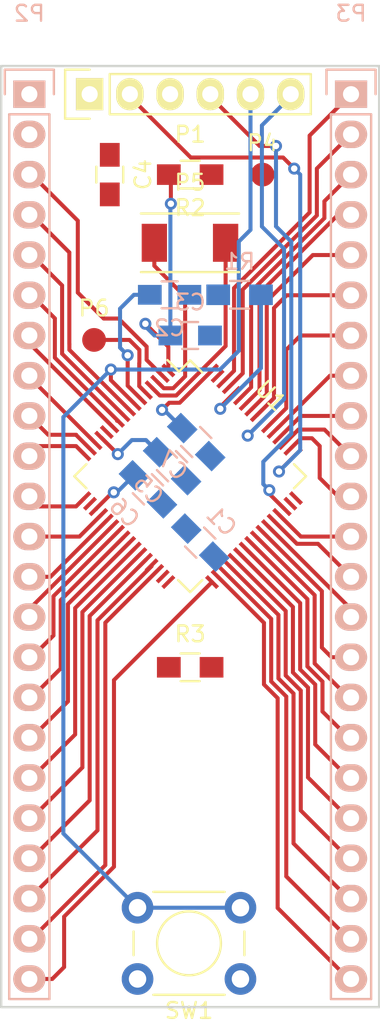
<source format=kicad_pcb>
(kicad_pcb (version 4) (host pcbnew 4.0.4+e1-6308~48~ubuntu16.04.1-stable)

  (general
    (links 87)
    (no_connects 32)
    (area 137.846999 79.426999 161.873001 139.013001)
    (thickness 1.6)
    (drawings 4)
    (tracks 319)
    (zones 0)
    (modules 18)
    (nets 58)
  )

  (page A4)
  (layers
    (0 F.Cu signal)
    (31 B.Cu signal)
    (32 B.Adhes user)
    (33 F.Adhes user)
    (34 B.Paste user)
    (35 F.Paste user)
    (36 B.SilkS user)
    (37 F.SilkS user)
    (38 B.Mask user)
    (39 F.Mask user)
    (40 Dwgs.User user)
    (41 Cmts.User user)
    (42 Eco1.User user)
    (43 Eco2.User user)
    (44 Edge.Cuts user)
    (45 Margin user)
    (46 B.CrtYd user)
    (47 F.CrtYd user)
    (48 B.Fab user hide)
    (49 F.Fab user hide)
  )

  (setup
    (last_trace_width 0.254)
    (trace_clearance 0.2032)
    (zone_clearance 0.508)
    (zone_45_only no)
    (trace_min 0.1524)
    (segment_width 0.2)
    (edge_width 0.15)
    (via_size 0.762)
    (via_drill 0.4064)
    (via_min_size 0.6858)
    (via_min_drill 0.3302)
    (uvia_size 0.3048)
    (uvia_drill 0.1016)
    (uvias_allowed no)
    (uvia_min_size 0)
    (uvia_min_drill 0)
    (pcb_text_width 0.3)
    (pcb_text_size 1.5 1.5)
    (mod_edge_width 0.15)
    (mod_text_size 1 1)
    (mod_text_width 0.15)
    (pad_size 1.524 1.524)
    (pad_drill 0.762)
    (pad_to_mask_clearance 0.2)
    (aux_axis_origin 0 0)
    (visible_elements FFFFF77F)
    (pcbplotparams
      (layerselection 0x010f0_80000001)
      (usegerberextensions true)
      (excludeedgelayer true)
      (linewidth 0.101600)
      (plotframeref false)
      (viasonmask false)
      (mode 1)
      (useauxorigin false)
      (hpglpennumber 1)
      (hpglpenspeed 20)
      (hpglpendiameter 15)
      (hpglpenoverlay 2)
      (psnegative false)
      (psa4output false)
      (plotreference true)
      (plotvalue true)
      (plotinvisibletext false)
      (padsonsilk false)
      (subtractmaskfromsilk false)
      (outputformat 1)
      (mirror false)
      (drillshape 0)
      (scaleselection 1)
      (outputdirectory gerber/))
  )

  (net 0 "")
  (net 1 VDD)
  (net 2 Earth)
  (net 3 "Net-(C2-Pad1)")
  (net 4 SWCLK)
  (net 5 SWDIO)
  (net 6 NRST)
  (net 7 SWO)
  (net 8 /PA0)
  (net 9 /PA1)
  (net 10 /PA2)
  (net 11 /PA3)
  (net 12 /PA4)
  (net 13 /PA5)
  (net 14 /PA6)
  (net 15 /PA7)
  (net 16 /PA8)
  (net 17 /PA9)
  (net 18 /PA10)
  (net 19 /PA11)
  (net 20 /PA12)
  (net 21 /PA15)
  (net 22 /PC0)
  (net 23 /PC1)
  (net 24 /PC2)
  (net 25 /PC3)
  (net 26 /PC4)
  (net 27 /PC5)
  (net 28 /PC6)
  (net 29 /PB0)
  (net 30 /PB1)
  (net 31 /PB2)
  (net 32 /PB4)
  (net 33 /PB5)
  (net 34 /PB6)
  (net 35 /PB7)
  (net 36 /PB8)
  (net 37 /PB9)
  (net 38 /PB10)
  (net 39 /PB11)
  (net 40 /PB12)
  (net 41 /PB13)
  (net 42 /PB14)
  (net 43 /PB15)
  (net 44 /PC7)
  (net 45 /PC8)
  (net 46 /PC9)
  (net 47 /PC10)
  (net 48 /PC11)
  (net 49 /PC12)
  (net 50 /PC13)
  (net 51 /PD2)
  (net 52 BOOT0)
  (net 53 OSC32_IN)
  (net 54 OSC32_OUT)
  (net 55 MCO)
  (net 56 /VLCD)
  (net 57 /VDD_USB)

  (net_class Default "This is the default net class."
    (clearance 0.2032)
    (trace_width 0.254)
    (via_dia 0.762)
    (via_drill 0.4064)
    (uvia_dia 0.3048)
    (uvia_drill 0.1016)
    (add_net /PA0)
    (add_net /PA1)
    (add_net /PA10)
    (add_net /PA11)
    (add_net /PA12)
    (add_net /PA15)
    (add_net /PA2)
    (add_net /PA3)
    (add_net /PA4)
    (add_net /PA5)
    (add_net /PA6)
    (add_net /PA7)
    (add_net /PA8)
    (add_net /PA9)
    (add_net /PB0)
    (add_net /PB1)
    (add_net /PB10)
    (add_net /PB11)
    (add_net /PB12)
    (add_net /PB13)
    (add_net /PB14)
    (add_net /PB15)
    (add_net /PB2)
    (add_net /PB4)
    (add_net /PB5)
    (add_net /PB6)
    (add_net /PB7)
    (add_net /PB8)
    (add_net /PB9)
    (add_net /PC0)
    (add_net /PC1)
    (add_net /PC10)
    (add_net /PC11)
    (add_net /PC12)
    (add_net /PC13)
    (add_net /PC2)
    (add_net /PC3)
    (add_net /PC4)
    (add_net /PC5)
    (add_net /PC6)
    (add_net /PC7)
    (add_net /PC8)
    (add_net /PC9)
    (add_net /PD2)
    (add_net /VDD_USB)
    (add_net /VLCD)
    (add_net BOOT0)
    (add_net Earth)
    (add_net MCO)
    (add_net NRST)
    (add_net "Net-(C2-Pad1)")
    (add_net OSC32_IN)
    (add_net OSC32_OUT)
    (add_net SWCLK)
    (add_net SWDIO)
    (add_net SWO)
    (add_net VDD)
  )

  (net_class Wide ""
    (clearance 0.254)
    (trace_width 0.4064)
    (via_dia 0.762)
    (via_drill 0.4064)
    (uvia_dia 0.3048)
    (uvia_drill 0.1016)
  )

  (module Capacitors_SMD:C_0805_HandSoldering (layer B.Cu) (tedit 541A9B8D) (tstamp 5803B866)
    (at 150.241 103.251 315)
    (descr "Capacitor SMD 0805, hand soldering")
    (tags "capacitor 0805")
    (path /5803BA4A)
    (attr smd)
    (fp_text reference C7 (at 0 2.1 315) (layer B.SilkS)
      (effects (font (size 1 1) (thickness 0.15)) (justify mirror))
    )
    (fp_text value 100nF (at 0 -2.1 315) (layer B.Fab)
      (effects (font (size 1 1) (thickness 0.15)) (justify mirror))
    )
    (fp_line (start -1 -0.625) (end -1 0.625) (layer B.Fab) (width 0.15))
    (fp_line (start 1 -0.625) (end -1 -0.625) (layer B.Fab) (width 0.15))
    (fp_line (start 1 0.625) (end 1 -0.625) (layer B.Fab) (width 0.15))
    (fp_line (start -1 0.625) (end 1 0.625) (layer B.Fab) (width 0.15))
    (fp_line (start -2.3 1) (end 2.3 1) (layer B.CrtYd) (width 0.05))
    (fp_line (start -2.3 -1) (end 2.3 -1) (layer B.CrtYd) (width 0.05))
    (fp_line (start -2.3 1) (end -2.3 -1) (layer B.CrtYd) (width 0.05))
    (fp_line (start 2.3 1) (end 2.3 -1) (layer B.CrtYd) (width 0.05))
    (fp_line (start 0.5 0.85) (end -0.5 0.85) (layer B.SilkS) (width 0.15))
    (fp_line (start -0.5 -0.85) (end 0.5 -0.85) (layer B.SilkS) (width 0.15))
    (pad 1 smd rect (at -1.25 0 315) (size 1.5 1.25) (layers B.Cu B.Paste B.Mask)
      (net 1 VDD))
    (pad 2 smd rect (at 1.25 0 315) (size 1.5 1.25) (layers B.Cu B.Paste B.Mask)
      (net 2 Earth))
    (model Capacitors_SMD.3dshapes/C_0805_HandSoldering.wrl
      (at (xyz 0 0 0))
      (scale (xyz 1 1 1))
      (rotate (xyz 0 0 0))
    )
  )

  (module Capacitors_SMD:C_0805_HandSoldering (layer B.Cu) (tedit 5803BB28) (tstamp 580213D4)
    (at 150.495 109.601 135)
    (descr "Capacitor SMD 0805, hand soldering")
    (tags "capacitor 0805")
    (path /58021E64)
    (attr smd)
    (fp_text reference C1 (at 0 1.905 135) (layer B.SilkS)
      (effects (font (size 1 1) (thickness 0.15)) (justify mirror))
    )
    (fp_text value 100nF (at 0 -2.1 135) (layer B.Fab)
      (effects (font (size 1 1) (thickness 0.15)) (justify mirror))
    )
    (fp_line (start -1 -0.625) (end -1 0.625) (layer B.Fab) (width 0.15))
    (fp_line (start 1 -0.625) (end -1 -0.625) (layer B.Fab) (width 0.15))
    (fp_line (start 1 0.625) (end 1 -0.625) (layer B.Fab) (width 0.15))
    (fp_line (start -1 0.625) (end 1 0.625) (layer B.Fab) (width 0.15))
    (fp_line (start -2.3 1) (end 2.3 1) (layer B.CrtYd) (width 0.05))
    (fp_line (start -2.3 -1) (end 2.3 -1) (layer B.CrtYd) (width 0.05))
    (fp_line (start -2.3 1) (end -2.3 -1) (layer B.CrtYd) (width 0.05))
    (fp_line (start 2.3 1) (end 2.3 -1) (layer B.CrtYd) (width 0.05))
    (fp_line (start 0.5 0.85) (end -0.5 0.85) (layer B.SilkS) (width 0.15))
    (fp_line (start -0.5 -0.85) (end 0.5 -0.85) (layer B.SilkS) (width 0.15))
    (pad 1 smd rect (at -1.25 0 135) (size 1.5 1.25) (layers B.Cu B.Paste B.Mask)
      (net 1 VDD))
    (pad 2 smd rect (at 1.25 0 135) (size 1.5 1.25) (layers B.Cu B.Paste B.Mask)
      (net 2 Earth))
    (model Capacitors_SMD.3dshapes/C_0805_HandSoldering.wrl
      (at (xyz 0 0 0))
      (scale (xyz 1 1 1))
      (rotate (xyz 0 0 0))
    )
  )

  (module Capacitors_SMD:C_0805_HandSoldering (layer B.Cu) (tedit 541A9B8D) (tstamp 580213DA)
    (at 148.56 93.95)
    (descr "Capacitor SMD 0805, hand soldering")
    (tags "capacitor 0805")
    (path /58034E62)
    (attr smd)
    (fp_text reference C2 (at 0 2.1) (layer B.SilkS)
      (effects (font (size 1 1) (thickness 0.15)) (justify mirror))
    )
    (fp_text value C (at 0 -2.1) (layer B.Fab)
      (effects (font (size 1 1) (thickness 0.15)) (justify mirror))
    )
    (fp_line (start -1 -0.625) (end -1 0.625) (layer B.Fab) (width 0.15))
    (fp_line (start 1 -0.625) (end -1 -0.625) (layer B.Fab) (width 0.15))
    (fp_line (start 1 0.625) (end 1 -0.625) (layer B.Fab) (width 0.15))
    (fp_line (start -1 0.625) (end 1 0.625) (layer B.Fab) (width 0.15))
    (fp_line (start -2.3 1) (end 2.3 1) (layer B.CrtYd) (width 0.05))
    (fp_line (start -2.3 -1) (end 2.3 -1) (layer B.CrtYd) (width 0.05))
    (fp_line (start -2.3 1) (end -2.3 -1) (layer B.CrtYd) (width 0.05))
    (fp_line (start 2.3 1) (end 2.3 -1) (layer B.CrtYd) (width 0.05))
    (fp_line (start 0.5 0.85) (end -0.5 0.85) (layer B.SilkS) (width 0.15))
    (fp_line (start -0.5 -0.85) (end 0.5 -0.85) (layer B.SilkS) (width 0.15))
    (pad 1 smd rect (at -1.25 0) (size 1.5 1.25) (layers B.Cu B.Paste B.Mask)
      (net 3 "Net-(C2-Pad1)"))
    (pad 2 smd rect (at 1.25 0) (size 1.5 1.25) (layers B.Cu B.Paste B.Mask)
      (net 2 Earth))
    (model Capacitors_SMD.3dshapes/C_0805_HandSoldering.wrl
      (at (xyz 0 0 0))
      (scale (xyz 1 1 1))
      (rotate (xyz 0 0 0))
    )
  )

  (module Housings_QFP:LQFP-64_10x10mm_Pitch0.5mm (layer F.Cu) (tedit 54130A77) (tstamp 58021466)
    (at 149.86 105.41 315)
    (descr "64 LEAD LQFP 10x10mm (see MICREL LQFP10x10-64LD-PL-1.pdf)")
    (tags "QFP 0.5")
    (path /58021AED)
    (attr smd)
    (fp_text reference U1 (at 0 -7.2 315) (layer F.SilkS)
      (effects (font (size 1 1) (thickness 0.15)))
    )
    (fp_text value STM32_LQFP64 (at 0 7.2 315) (layer F.Fab)
      (effects (font (size 1 1) (thickness 0.15)))
    )
    (fp_text user %R (at 0 0 315) (layer F.Fab)
      (effects (font (size 1 1) (thickness 0.15)))
    )
    (fp_line (start -4 -5) (end 5 -5) (layer F.Fab) (width 0.15))
    (fp_line (start 5 -5) (end 5 5) (layer F.Fab) (width 0.15))
    (fp_line (start 5 5) (end -5 5) (layer F.Fab) (width 0.15))
    (fp_line (start -5 5) (end -5 -4) (layer F.Fab) (width 0.15))
    (fp_line (start -5 -4) (end -4 -5) (layer F.Fab) (width 0.15))
    (fp_line (start -6.45 -6.45) (end -6.45 6.45) (layer F.CrtYd) (width 0.05))
    (fp_line (start 6.45 -6.45) (end 6.45 6.45) (layer F.CrtYd) (width 0.05))
    (fp_line (start -6.45 -6.45) (end 6.45 -6.45) (layer F.CrtYd) (width 0.05))
    (fp_line (start -6.45 6.45) (end 6.45 6.45) (layer F.CrtYd) (width 0.05))
    (fp_line (start -5.175 -5.175) (end -5.175 -4.175) (layer F.SilkS) (width 0.15))
    (fp_line (start 5.175 -5.175) (end 5.175 -4.1) (layer F.SilkS) (width 0.15))
    (fp_line (start 5.175 5.175) (end 5.175 4.1) (layer F.SilkS) (width 0.15))
    (fp_line (start -5.175 5.175) (end -5.175 4.1) (layer F.SilkS) (width 0.15))
    (fp_line (start -5.175 -5.175) (end -4.1 -5.175) (layer F.SilkS) (width 0.15))
    (fp_line (start -5.175 5.175) (end -4.1 5.175) (layer F.SilkS) (width 0.15))
    (fp_line (start 5.175 5.175) (end 4.1 5.175) (layer F.SilkS) (width 0.15))
    (fp_line (start 5.175 -5.175) (end 4.1 -5.175) (layer F.SilkS) (width 0.15))
    (fp_line (start -5.175 -4.175) (end -6.2 -4.175) (layer F.SilkS) (width 0.15))
    (pad 1 smd rect (at -5.7 -3.75 315) (size 1 0.25) (layers F.Cu F.Paste F.Mask)
      (net 56 /VLCD))
    (pad 2 smd rect (at -5.7 -3.25 315) (size 1 0.25) (layers F.Cu F.Paste F.Mask)
      (net 50 /PC13))
    (pad 3 smd rect (at -5.7 -2.75 315) (size 1 0.25) (layers F.Cu F.Paste F.Mask)
      (net 53 OSC32_IN))
    (pad 4 smd rect (at -5.7 -2.25 315) (size 1 0.25) (layers F.Cu F.Paste F.Mask)
      (net 54 OSC32_OUT))
    (pad 5 smd rect (at -5.7 -1.75 315) (size 1 0.25) (layers F.Cu F.Paste F.Mask)
      (net 55 MCO))
    (pad 6 smd rect (at -5.7 -1.25 315) (size 1 0.25) (layers F.Cu F.Paste F.Mask)
      (net 3 "Net-(C2-Pad1)"))
    (pad 7 smd rect (at -5.7 -0.75 315) (size 1 0.25) (layers F.Cu F.Paste F.Mask)
      (net 6 NRST))
    (pad 8 smd rect (at -5.7 -0.25 315) (size 1 0.25) (layers F.Cu F.Paste F.Mask)
      (net 22 /PC0))
    (pad 9 smd rect (at -5.7 0.25 315) (size 1 0.25) (layers F.Cu F.Paste F.Mask)
      (net 23 /PC1))
    (pad 10 smd rect (at -5.7 0.75 315) (size 1 0.25) (layers F.Cu F.Paste F.Mask)
      (net 24 /PC2))
    (pad 11 smd rect (at -5.7 1.25 315) (size 1 0.25) (layers F.Cu F.Paste F.Mask)
      (net 25 /PC3))
    (pad 12 smd rect (at -5.7 1.75 315) (size 1 0.25) (layers F.Cu F.Paste F.Mask)
      (net 2 Earth))
    (pad 13 smd rect (at -5.7 2.25 315) (size 1 0.25) (layers F.Cu F.Paste F.Mask)
      (net 1 VDD))
    (pad 14 smd rect (at -5.7 2.75 315) (size 1 0.25) (layers F.Cu F.Paste F.Mask)
      (net 8 /PA0))
    (pad 15 smd rect (at -5.7 3.25 315) (size 1 0.25) (layers F.Cu F.Paste F.Mask)
      (net 9 /PA1))
    (pad 16 smd rect (at -5.7 3.75 315) (size 1 0.25) (layers F.Cu F.Paste F.Mask)
      (net 10 /PA2))
    (pad 17 smd rect (at -3.75 5.7 45) (size 1 0.25) (layers F.Cu F.Paste F.Mask)
      (net 11 /PA3))
    (pad 18 smd rect (at -3.25 5.7 45) (size 1 0.25) (layers F.Cu F.Paste F.Mask)
      (net 2 Earth))
    (pad 19 smd rect (at -2.75 5.7 45) (size 1 0.25) (layers F.Cu F.Paste F.Mask)
      (net 1 VDD))
    (pad 20 smd rect (at -2.25 5.7 45) (size 1 0.25) (layers F.Cu F.Paste F.Mask)
      (net 12 /PA4))
    (pad 21 smd rect (at -1.75 5.7 45) (size 1 0.25) (layers F.Cu F.Paste F.Mask)
      (net 13 /PA5))
    (pad 22 smd rect (at -1.25 5.7 45) (size 1 0.25) (layers F.Cu F.Paste F.Mask)
      (net 14 /PA6))
    (pad 23 smd rect (at -0.75 5.7 45) (size 1 0.25) (layers F.Cu F.Paste F.Mask)
      (net 15 /PA7))
    (pad 24 smd rect (at -0.25 5.7 45) (size 1 0.25) (layers F.Cu F.Paste F.Mask)
      (net 26 /PC4))
    (pad 25 smd rect (at 0.25 5.7 45) (size 1 0.25) (layers F.Cu F.Paste F.Mask)
      (net 27 /PC5))
    (pad 26 smd rect (at 0.75 5.7 45) (size 1 0.25) (layers F.Cu F.Paste F.Mask)
      (net 29 /PB0))
    (pad 27 smd rect (at 1.25 5.7 45) (size 1 0.25) (layers F.Cu F.Paste F.Mask)
      (net 30 /PB1))
    (pad 28 smd rect (at 1.75 5.7 45) (size 1 0.25) (layers F.Cu F.Paste F.Mask)
      (net 31 /PB2))
    (pad 29 smd rect (at 2.25 5.7 45) (size 1 0.25) (layers F.Cu F.Paste F.Mask)
      (net 38 /PB10))
    (pad 30 smd rect (at 2.75 5.7 45) (size 1 0.25) (layers F.Cu F.Paste F.Mask)
      (net 39 /PB11))
    (pad 31 smd rect (at 3.25 5.7 45) (size 1 0.25) (layers F.Cu F.Paste F.Mask)
      (net 2 Earth))
    (pad 32 smd rect (at 3.75 5.7 45) (size 1 0.25) (layers F.Cu F.Paste F.Mask)
      (net 1 VDD))
    (pad 33 smd rect (at 5.7 3.75 315) (size 1 0.25) (layers F.Cu F.Paste F.Mask)
      (net 40 /PB12))
    (pad 34 smd rect (at 5.7 3.25 315) (size 1 0.25) (layers F.Cu F.Paste F.Mask)
      (net 41 /PB13))
    (pad 35 smd rect (at 5.7 2.75 315) (size 1 0.25) (layers F.Cu F.Paste F.Mask)
      (net 42 /PB14))
    (pad 36 smd rect (at 5.7 2.25 315) (size 1 0.25) (layers F.Cu F.Paste F.Mask)
      (net 43 /PB15))
    (pad 37 smd rect (at 5.7 1.75 315) (size 1 0.25) (layers F.Cu F.Paste F.Mask)
      (net 28 /PC6))
    (pad 38 smd rect (at 5.7 1.25 315) (size 1 0.25) (layers F.Cu F.Paste F.Mask)
      (net 44 /PC7))
    (pad 39 smd rect (at 5.7 0.75 315) (size 1 0.25) (layers F.Cu F.Paste F.Mask)
      (net 45 /PC8))
    (pad 40 smd rect (at 5.7 0.25 315) (size 1 0.25) (layers F.Cu F.Paste F.Mask)
      (net 46 /PC9))
    (pad 41 smd rect (at 5.7 -0.25 315) (size 1 0.25) (layers F.Cu F.Paste F.Mask)
      (net 16 /PA8))
    (pad 42 smd rect (at 5.7 -0.75 315) (size 1 0.25) (layers F.Cu F.Paste F.Mask)
      (net 17 /PA9))
    (pad 43 smd rect (at 5.7 -1.25 315) (size 1 0.25) (layers F.Cu F.Paste F.Mask)
      (net 18 /PA10))
    (pad 44 smd rect (at 5.7 -1.75 315) (size 1 0.25) (layers F.Cu F.Paste F.Mask)
      (net 19 /PA11))
    (pad 45 smd rect (at 5.7 -2.25 315) (size 1 0.25) (layers F.Cu F.Paste F.Mask)
      (net 20 /PA12))
    (pad 46 smd rect (at 5.7 -2.75 315) (size 1 0.25) (layers F.Cu F.Paste F.Mask)
      (net 5 SWDIO))
    (pad 47 smd rect (at 5.7 -3.25 315) (size 1 0.25) (layers F.Cu F.Paste F.Mask)
      (net 2 Earth))
    (pad 48 smd rect (at 5.7 -3.75 315) (size 1 0.25) (layers F.Cu F.Paste F.Mask)
      (net 57 /VDD_USB))
    (pad 49 smd rect (at 3.75 -5.7 45) (size 1 0.25) (layers F.Cu F.Paste F.Mask)
      (net 4 SWCLK))
    (pad 50 smd rect (at 3.25 -5.7 45) (size 1 0.25) (layers F.Cu F.Paste F.Mask)
      (net 21 /PA15))
    (pad 51 smd rect (at 2.75 -5.7 45) (size 1 0.25) (layers F.Cu F.Paste F.Mask)
      (net 47 /PC10))
    (pad 52 smd rect (at 2.25 -5.7 45) (size 1 0.25) (layers F.Cu F.Paste F.Mask)
      (net 48 /PC11))
    (pad 53 smd rect (at 1.75 -5.7 45) (size 1 0.25) (layers F.Cu F.Paste F.Mask)
      (net 49 /PC12))
    (pad 54 smd rect (at 1.25 -5.7 45) (size 1 0.25) (layers F.Cu F.Paste F.Mask)
      (net 51 /PD2))
    (pad 55 smd rect (at 0.75 -5.7 45) (size 1 0.25) (layers F.Cu F.Paste F.Mask)
      (net 7 SWO))
    (pad 56 smd rect (at 0.25 -5.7 45) (size 1 0.25) (layers F.Cu F.Paste F.Mask)
      (net 32 /PB4))
    (pad 57 smd rect (at -0.25 -5.7 45) (size 1 0.25) (layers F.Cu F.Paste F.Mask)
      (net 33 /PB5))
    (pad 58 smd rect (at -0.75 -5.7 45) (size 1 0.25) (layers F.Cu F.Paste F.Mask)
      (net 34 /PB6))
    (pad 59 smd rect (at -1.25 -5.7 45) (size 1 0.25) (layers F.Cu F.Paste F.Mask)
      (net 35 /PB7))
    (pad 60 smd rect (at -1.75 -5.7 45) (size 1 0.25) (layers F.Cu F.Paste F.Mask)
      (net 52 BOOT0))
    (pad 61 smd rect (at -2.25 -5.7 45) (size 1 0.25) (layers F.Cu F.Paste F.Mask)
      (net 36 /PB8))
    (pad 62 smd rect (at -2.75 -5.7 45) (size 1 0.25) (layers F.Cu F.Paste F.Mask)
      (net 37 /PB9))
    (pad 63 smd rect (at -3.25 -5.7 45) (size 1 0.25) (layers F.Cu F.Paste F.Mask)
      (net 2 Earth))
    (pad 64 smd rect (at -3.75 -5.7 45) (size 1 0.25) (layers F.Cu F.Paste F.Mask)
      (net 1 VDD))
    (model Housings_QFP.3dshapes/LQFP-64_10x10mm_Pitch0.5mm.wrl
      (at (xyz 0 0 0))
      (scale (xyz 1 1 1))
      (rotate (xyz 0 0 0))
    )
  )

  (module Capacitors_SMD:C_0805_HandSoldering (layer B.Cu) (tedit 541A9B8D) (tstamp 5803944C)
    (at 149.86 96.52 180)
    (descr "Capacitor SMD 0805, hand soldering")
    (tags "capacitor 0805")
    (path /58032557)
    (attr smd)
    (fp_text reference C3 (at 0 2.1 180) (layer B.SilkS)
      (effects (font (size 1 1) (thickness 0.15)) (justify mirror))
    )
    (fp_text value 100nF (at 0 -2.1 180) (layer B.Fab)
      (effects (font (size 1 1) (thickness 0.15)) (justify mirror))
    )
    (fp_line (start -1 -0.625) (end -1 0.625) (layer B.Fab) (width 0.15))
    (fp_line (start 1 -0.625) (end -1 -0.625) (layer B.Fab) (width 0.15))
    (fp_line (start 1 0.625) (end 1 -0.625) (layer B.Fab) (width 0.15))
    (fp_line (start -1 0.625) (end 1 0.625) (layer B.Fab) (width 0.15))
    (fp_line (start -2.3 1) (end 2.3 1) (layer B.CrtYd) (width 0.05))
    (fp_line (start -2.3 -1) (end 2.3 -1) (layer B.CrtYd) (width 0.05))
    (fp_line (start -2.3 1) (end -2.3 -1) (layer B.CrtYd) (width 0.05))
    (fp_line (start 2.3 1) (end 2.3 -1) (layer B.CrtYd) (width 0.05))
    (fp_line (start 0.5 0.85) (end -0.5 0.85) (layer B.SilkS) (width 0.15))
    (fp_line (start -0.5 -0.85) (end 0.5 -0.85) (layer B.SilkS) (width 0.15))
    (pad 1 smd rect (at -1.25 0 180) (size 1.5 1.25) (layers B.Cu B.Paste B.Mask)
      (net 2 Earth))
    (pad 2 smd rect (at 1.25 0 180) (size 1.5 1.25) (layers B.Cu B.Paste B.Mask)
      (net 56 /VLCD))
    (model Capacitors_SMD.3dshapes/C_0805_HandSoldering.wrl
      (at (xyz 0 0 0))
      (scale (xyz 1 1 1))
      (rotate (xyz 0 0 0))
    )
  )

  (module Capacitors_SMD:C_0805_HandSoldering (layer F.Cu) (tedit 541A9B8D) (tstamp 58039452)
    (at 144.78 86.36 270)
    (descr "Capacitor SMD 0805, hand soldering")
    (tags "capacitor 0805")
    (path /58039250)
    (attr smd)
    (fp_text reference C4 (at 0 -2.1 270) (layer F.SilkS)
      (effects (font (size 1 1) (thickness 0.15)))
    )
    (fp_text value 10uF (at 0 2.1 270) (layer F.Fab)
      (effects (font (size 1 1) (thickness 0.15)))
    )
    (fp_line (start -1 0.625) (end -1 -0.625) (layer F.Fab) (width 0.15))
    (fp_line (start 1 0.625) (end -1 0.625) (layer F.Fab) (width 0.15))
    (fp_line (start 1 -0.625) (end 1 0.625) (layer F.Fab) (width 0.15))
    (fp_line (start -1 -0.625) (end 1 -0.625) (layer F.Fab) (width 0.15))
    (fp_line (start -2.3 -1) (end 2.3 -1) (layer F.CrtYd) (width 0.05))
    (fp_line (start -2.3 1) (end 2.3 1) (layer F.CrtYd) (width 0.05))
    (fp_line (start -2.3 -1) (end -2.3 1) (layer F.CrtYd) (width 0.05))
    (fp_line (start 2.3 -1) (end 2.3 1) (layer F.CrtYd) (width 0.05))
    (fp_line (start 0.5 -0.85) (end -0.5 -0.85) (layer F.SilkS) (width 0.15))
    (fp_line (start -0.5 0.85) (end 0.5 0.85) (layer F.SilkS) (width 0.15))
    (pad 1 smd rect (at -1.25 0 270) (size 1.5 1.25) (layers F.Cu F.Paste F.Mask)
      (net 1 VDD))
    (pad 2 smd rect (at 1.25 0 270) (size 1.5 1.25) (layers F.Cu F.Paste F.Mask)
      (net 2 Earth))
    (model Capacitors_SMD.3dshapes/C_0805_HandSoldering.wrl
      (at (xyz 0 0 0))
      (scale (xyz 1 1 1))
      (rotate (xyz 0 0 0))
    )
  )

  (module Pin_Headers:Pin_Header_Straight_1x06 (layer F.Cu) (tedit 5804872E) (tstamp 58039453)
    (at 143.51 81.28 90)
    (descr "Through hole pin header")
    (tags "pin header")
    (path /58036840)
    (fp_text reference P1 (at -2.54 6.35 180) (layer F.SilkS)
      (effects (font (size 1 1) (thickness 0.15)))
    )
    (fp_text value SWD (at 2.9464 -0.1778 180) (layer F.Fab)
      (effects (font (size 1 1) (thickness 0.15)))
    )
    (fp_line (start -1.75 -1.75) (end -1.75 14.45) (layer F.CrtYd) (width 0.05))
    (fp_line (start 1.75 -1.75) (end 1.75 14.45) (layer F.CrtYd) (width 0.05))
    (fp_line (start -1.75 -1.75) (end 1.75 -1.75) (layer F.CrtYd) (width 0.05))
    (fp_line (start -1.75 14.45) (end 1.75 14.45) (layer F.CrtYd) (width 0.05))
    (fp_line (start 1.27 1.27) (end 1.27 13.97) (layer F.SilkS) (width 0.15))
    (fp_line (start 1.27 13.97) (end -1.27 13.97) (layer F.SilkS) (width 0.15))
    (fp_line (start -1.27 13.97) (end -1.27 1.27) (layer F.SilkS) (width 0.15))
    (fp_line (start 1.55 -1.55) (end 1.55 0) (layer F.SilkS) (width 0.15))
    (fp_line (start 1.27 1.27) (end -1.27 1.27) (layer F.SilkS) (width 0.15))
    (fp_line (start -1.55 0) (end -1.55 -1.55) (layer F.SilkS) (width 0.15))
    (fp_line (start -1.55 -1.55) (end 1.55 -1.55) (layer F.SilkS) (width 0.15))
    (pad 1 thru_hole rect (at 0 0 90) (size 2.032 1.7272) (drill 1.016) (layers *.Cu *.Mask F.SilkS)
      (net 1 VDD))
    (pad 2 thru_hole oval (at 0 2.54 90) (size 2.032 1.7272) (drill 1.016) (layers *.Cu *.Mask F.SilkS)
      (net 4 SWCLK))
    (pad 3 thru_hole oval (at 0 5.08 90) (size 2.032 1.7272) (drill 1.016) (layers *.Cu *.Mask F.SilkS)
      (net 2 Earth))
    (pad 4 thru_hole oval (at 0 7.62 90) (size 2.032 1.7272) (drill 1.016) (layers *.Cu *.Mask F.SilkS)
      (net 5 SWDIO))
    (pad 5 thru_hole oval (at 0 10.16 90) (size 2.032 1.7272) (drill 1.016) (layers *.Cu *.Mask F.SilkS)
      (net 6 NRST))
    (pad 6 thru_hole oval (at 0 12.7 90) (size 2.032 1.7272) (drill 1.016) (layers *.Cu *.Mask F.SilkS)
      (net 7 SWO))
    (model Pin_Headers.3dshapes/Pin_Header_Straight_1x06.wrl
      (at (xyz 0 -0.25 0))
      (scale (xyz 1 1 1))
      (rotate (xyz 0 0 90))
    )
  )

  (module Pin_Headers:Pin_Header_Straight_1x23 (layer B.Cu) (tedit 0) (tstamp 5803945C)
    (at 139.7 81.28 180)
    (descr "Through hole pin header")
    (tags "pin header")
    (path /5803E207)
    (fp_text reference P2 (at 0 5.1 180) (layer B.SilkS)
      (effects (font (size 1 1) (thickness 0.15)) (justify mirror))
    )
    (fp_text value CONN_01X23 (at 0 3.1 180) (layer B.Fab)
      (effects (font (size 1 1) (thickness 0.15)) (justify mirror))
    )
    (fp_line (start -1.75 1.75) (end -1.75 -57.65) (layer B.CrtYd) (width 0.05))
    (fp_line (start 1.75 1.75) (end 1.75 -57.65) (layer B.CrtYd) (width 0.05))
    (fp_line (start -1.75 1.75) (end 1.75 1.75) (layer B.CrtYd) (width 0.05))
    (fp_line (start -1.75 -57.65) (end 1.75 -57.65) (layer B.CrtYd) (width 0.05))
    (fp_line (start -1.27 -1.27) (end -1.27 -57.15) (layer B.SilkS) (width 0.15))
    (fp_line (start -1.27 -57.15) (end 1.27 -57.15) (layer B.SilkS) (width 0.15))
    (fp_line (start 1.27 -57.15) (end 1.27 -1.27) (layer B.SilkS) (width 0.15))
    (fp_line (start 1.55 1.55) (end 1.55 0) (layer B.SilkS) (width 0.15))
    (fp_line (start 1.27 -1.27) (end -1.27 -1.27) (layer B.SilkS) (width 0.15))
    (fp_line (start -1.55 0) (end -1.55 1.55) (layer B.SilkS) (width 0.15))
    (fp_line (start -1.55 1.55) (end 1.55 1.55) (layer B.SilkS) (width 0.15))
    (pad 1 thru_hole rect (at 0 0 180) (size 2.032 1.7272) (drill 1.016) (layers *.Cu *.Mask B.SilkS)
      (net 1 VDD))
    (pad 2 thru_hole oval (at 0 -2.54 180) (size 2.032 1.7272) (drill 1.016) (layers *.Cu *.Mask B.SilkS)
      (net 2 Earth))
    (pad 3 thru_hole oval (at 0 -5.08 180) (size 2.032 1.7272) (drill 1.016) (layers *.Cu *.Mask B.SilkS)
      (net 50 /PC13))
    (pad 4 thru_hole oval (at 0 -7.62 180) (size 2.032 1.7272) (drill 1.016) (layers *.Cu *.Mask B.SilkS)
      (net 22 /PC0))
    (pad 5 thru_hole oval (at 0 -10.16 180) (size 2.032 1.7272) (drill 1.016) (layers *.Cu *.Mask B.SilkS)
      (net 23 /PC1))
    (pad 6 thru_hole oval (at 0 -12.7 180) (size 2.032 1.7272) (drill 1.016) (layers *.Cu *.Mask B.SilkS)
      (net 24 /PC2))
    (pad 7 thru_hole oval (at 0 -15.24 180) (size 2.032 1.7272) (drill 1.016) (layers *.Cu *.Mask B.SilkS)
      (net 25 /PC3))
    (pad 8 thru_hole oval (at 0 -17.78 180) (size 2.032 1.7272) (drill 1.016) (layers *.Cu *.Mask B.SilkS)
      (net 8 /PA0))
    (pad 9 thru_hole oval (at 0 -20.32 180) (size 2.032 1.7272) (drill 1.016) (layers *.Cu *.Mask B.SilkS)
      (net 9 /PA1))
    (pad 10 thru_hole oval (at 0 -22.86 180) (size 2.032 1.7272) (drill 1.016) (layers *.Cu *.Mask B.SilkS)
      (net 10 /PA2))
    (pad 11 thru_hole oval (at 0 -25.4 180) (size 2.032 1.7272) (drill 1.016) (layers *.Cu *.Mask B.SilkS)
      (net 11 /PA3))
    (pad 12 thru_hole oval (at 0 -27.94 180) (size 2.032 1.7272) (drill 1.016) (layers *.Cu *.Mask B.SilkS)
      (net 12 /PA4))
    (pad 13 thru_hole oval (at 0 -30.48 180) (size 2.032 1.7272) (drill 1.016) (layers *.Cu *.Mask B.SilkS)
      (net 13 /PA5))
    (pad 14 thru_hole oval (at 0 -33.02 180) (size 2.032 1.7272) (drill 1.016) (layers *.Cu *.Mask B.SilkS)
      (net 14 /PA6))
    (pad 15 thru_hole oval (at 0 -35.56 180) (size 2.032 1.7272) (drill 1.016) (layers *.Cu *.Mask B.SilkS)
      (net 15 /PA7))
    (pad 16 thru_hole oval (at 0 -38.1 180) (size 2.032 1.7272) (drill 1.016) (layers *.Cu *.Mask B.SilkS)
      (net 26 /PC4))
    (pad 17 thru_hole oval (at 0 -40.64 180) (size 2.032 1.7272) (drill 1.016) (layers *.Cu *.Mask B.SilkS)
      (net 27 /PC5))
    (pad 18 thru_hole oval (at 0 -43.18 180) (size 2.032 1.7272) (drill 1.016) (layers *.Cu *.Mask B.SilkS)
      (net 29 /PB0))
    (pad 19 thru_hole oval (at 0 -45.72 180) (size 2.032 1.7272) (drill 1.016) (layers *.Cu *.Mask B.SilkS)
      (net 30 /PB1))
    (pad 20 thru_hole oval (at 0 -48.26 180) (size 2.032 1.7272) (drill 1.016) (layers *.Cu *.Mask B.SilkS)
      (net 31 /PB2))
    (pad 21 thru_hole oval (at 0 -50.8 180) (size 2.032 1.7272) (drill 1.016) (layers *.Cu *.Mask B.SilkS)
      (net 38 /PB10))
    (pad 22 thru_hole oval (at 0 -53.34 180) (size 2.032 1.7272) (drill 1.016) (layers *.Cu *.Mask B.SilkS)
      (net 39 /PB11))
    (pad 23 thru_hole oval (at 0 -55.88 180) (size 2.032 1.7272) (drill 1.016) (layers *.Cu *.Mask B.SilkS)
      (net 40 /PB12))
    (model Pin_Headers.3dshapes/Pin_Header_Straight_1x23.wrl
      (at (xyz 0 -1.1 0))
      (scale (xyz 1 1 1))
      (rotate (xyz 0 0 90))
    )
  )

  (module Pin_Headers:Pin_Header_Straight_1x23 (layer B.Cu) (tedit 0) (tstamp 58039490)
    (at 160.02 81.28 180)
    (descr "Through hole pin header")
    (tags "pin header")
    (path /5803E381)
    (fp_text reference P3 (at 0 5.1 180) (layer B.SilkS)
      (effects (font (size 1 1) (thickness 0.15)) (justify mirror))
    )
    (fp_text value CONN_01X23 (at 0 3.1 180) (layer B.Fab)
      (effects (font (size 1 1) (thickness 0.15)) (justify mirror))
    )
    (fp_line (start -1.75 1.75) (end -1.75 -57.65) (layer B.CrtYd) (width 0.05))
    (fp_line (start 1.75 1.75) (end 1.75 -57.65) (layer B.CrtYd) (width 0.05))
    (fp_line (start -1.75 1.75) (end 1.75 1.75) (layer B.CrtYd) (width 0.05))
    (fp_line (start -1.75 -57.65) (end 1.75 -57.65) (layer B.CrtYd) (width 0.05))
    (fp_line (start -1.27 -1.27) (end -1.27 -57.15) (layer B.SilkS) (width 0.15))
    (fp_line (start -1.27 -57.15) (end 1.27 -57.15) (layer B.SilkS) (width 0.15))
    (fp_line (start 1.27 -57.15) (end 1.27 -1.27) (layer B.SilkS) (width 0.15))
    (fp_line (start 1.55 1.55) (end 1.55 0) (layer B.SilkS) (width 0.15))
    (fp_line (start 1.27 -1.27) (end -1.27 -1.27) (layer B.SilkS) (width 0.15))
    (fp_line (start -1.55 0) (end -1.55 1.55) (layer B.SilkS) (width 0.15))
    (fp_line (start -1.55 1.55) (end 1.55 1.55) (layer B.SilkS) (width 0.15))
    (pad 1 thru_hole rect (at 0 0 180) (size 2.032 1.7272) (drill 1.016) (layers *.Cu *.Mask B.SilkS)
      (net 37 /PB9))
    (pad 2 thru_hole oval (at 0 -2.54 180) (size 2.032 1.7272) (drill 1.016) (layers *.Cu *.Mask B.SilkS)
      (net 36 /PB8))
    (pad 3 thru_hole oval (at 0 -5.08 180) (size 2.032 1.7272) (drill 1.016) (layers *.Cu *.Mask B.SilkS)
      (net 35 /PB7))
    (pad 4 thru_hole oval (at 0 -7.62 180) (size 2.032 1.7272) (drill 1.016) (layers *.Cu *.Mask B.SilkS)
      (net 34 /PB6))
    (pad 5 thru_hole oval (at 0 -10.16 180) (size 2.032 1.7272) (drill 1.016) (layers *.Cu *.Mask B.SilkS)
      (net 33 /PB5))
    (pad 6 thru_hole oval (at 0 -12.7 180) (size 2.032 1.7272) (drill 1.016) (layers *.Cu *.Mask B.SilkS)
      (net 32 /PB4))
    (pad 7 thru_hole oval (at 0 -15.24 180) (size 2.032 1.7272) (drill 1.016) (layers *.Cu *.Mask B.SilkS)
      (net 51 /PD2))
    (pad 8 thru_hole oval (at 0 -17.78 180) (size 2.032 1.7272) (drill 1.016) (layers *.Cu *.Mask B.SilkS)
      (net 49 /PC12))
    (pad 9 thru_hole oval (at 0 -20.32 180) (size 2.032 1.7272) (drill 1.016) (layers *.Cu *.Mask B.SilkS)
      (net 48 /PC11))
    (pad 10 thru_hole oval (at 0 -22.86 180) (size 2.032 1.7272) (drill 1.016) (layers *.Cu *.Mask B.SilkS)
      (net 47 /PC10))
    (pad 11 thru_hole oval (at 0 -25.4 180) (size 2.032 1.7272) (drill 1.016) (layers *.Cu *.Mask B.SilkS)
      (net 21 /PA15))
    (pad 12 thru_hole oval (at 0 -27.94 180) (size 2.032 1.7272) (drill 1.016) (layers *.Cu *.Mask B.SilkS)
      (net 20 /PA12))
    (pad 13 thru_hole oval (at 0 -30.48 180) (size 2.032 1.7272) (drill 1.016) (layers *.Cu *.Mask B.SilkS)
      (net 19 /PA11))
    (pad 14 thru_hole oval (at 0 -33.02 180) (size 2.032 1.7272) (drill 1.016) (layers *.Cu *.Mask B.SilkS)
      (net 18 /PA10))
    (pad 15 thru_hole oval (at 0 -35.56 180) (size 2.032 1.7272) (drill 1.016) (layers *.Cu *.Mask B.SilkS)
      (net 17 /PA9))
    (pad 16 thru_hole oval (at 0 -38.1 180) (size 2.032 1.7272) (drill 1.016) (layers *.Cu *.Mask B.SilkS)
      (net 16 /PA8))
    (pad 17 thru_hole oval (at 0 -40.64 180) (size 2.032 1.7272) (drill 1.016) (layers *.Cu *.Mask B.SilkS)
      (net 46 /PC9))
    (pad 18 thru_hole oval (at 0 -43.18 180) (size 2.032 1.7272) (drill 1.016) (layers *.Cu *.Mask B.SilkS)
      (net 45 /PC8))
    (pad 19 thru_hole oval (at 0 -45.72 180) (size 2.032 1.7272) (drill 1.016) (layers *.Cu *.Mask B.SilkS)
      (net 44 /PC7))
    (pad 20 thru_hole oval (at 0 -48.26 180) (size 2.032 1.7272) (drill 1.016) (layers *.Cu *.Mask B.SilkS)
      (net 28 /PC6))
    (pad 21 thru_hole oval (at 0 -50.8 180) (size 2.032 1.7272) (drill 1.016) (layers *.Cu *.Mask B.SilkS)
      (net 43 /PB15))
    (pad 22 thru_hole oval (at 0 -53.34 180) (size 2.032 1.7272) (drill 1.016) (layers *.Cu *.Mask B.SilkS)
      (net 42 /PB14))
    (pad 23 thru_hole oval (at 0 -55.88 180) (size 2.032 1.7272) (drill 1.016) (layers *.Cu *.Mask B.SilkS)
      (net 41 /PB13))
    (model Pin_Headers.3dshapes/Pin_Header_Straight_1x23.wrl
      (at (xyz 0 -1.1 0))
      (scale (xyz 1 1 1))
      (rotate (xyz 0 0 90))
    )
  )

  (module Resistors_SMD:R_0805_HandSoldering (layer B.Cu) (tedit 54189DEE) (tstamp 580394A2)
    (at 152.98 93.95 180)
    (descr "Resistor SMD 0805, hand soldering")
    (tags "resistor 0805")
    (path /58037533)
    (attr smd)
    (fp_text reference R1 (at 0 2.1 180) (layer B.SilkS)
      (effects (font (size 1 1) (thickness 0.15)) (justify mirror))
    )
    (fp_text value 10K (at 0 -2.1 180) (layer B.Fab)
      (effects (font (size 1 1) (thickness 0.15)) (justify mirror))
    )
    (fp_line (start -2.4 1) (end 2.4 1) (layer B.CrtYd) (width 0.05))
    (fp_line (start -2.4 -1) (end 2.4 -1) (layer B.CrtYd) (width 0.05))
    (fp_line (start -2.4 1) (end -2.4 -1) (layer B.CrtYd) (width 0.05))
    (fp_line (start 2.4 1) (end 2.4 -1) (layer B.CrtYd) (width 0.05))
    (fp_line (start 0.6 -0.875) (end -0.6 -0.875) (layer B.SilkS) (width 0.15))
    (fp_line (start -0.6 0.875) (end 0.6 0.875) (layer B.SilkS) (width 0.15))
    (pad 1 smd rect (at -1.35 0 180) (size 1.5 1.3) (layers B.Cu B.Paste B.Mask)
      (net 52 BOOT0))
    (pad 2 smd rect (at 1.35 0 180) (size 1.5 1.3) (layers B.Cu B.Paste B.Mask)
      (net 2 Earth))
    (model Resistors_SMD.3dshapes/R_0805_HandSoldering.wrl
      (at (xyz 0 0 0))
      (scale (xyz 1 1 1))
      (rotate (xyz 0 0 0))
    )
  )

  (module Resistors_SMD:R_0805_HandSoldering (layer F.Cu) (tedit 54189DEE) (tstamp 580394A8)
    (at 149.86 86.36 180)
    (descr "Resistor SMD 0805, hand soldering")
    (tags "resistor 0805")
    (path /58032944)
    (attr smd)
    (fp_text reference R2 (at 0 -2.1 180) (layer F.SilkS)
      (effects (font (size 1 1) (thickness 0.15)))
    )
    (fp_text value 0 (at 0 2.1 180) (layer F.Fab)
      (effects (font (size 1 1) (thickness 0.15)))
    )
    (fp_line (start -2.4 -1) (end 2.4 -1) (layer F.CrtYd) (width 0.05))
    (fp_line (start -2.4 1) (end 2.4 1) (layer F.CrtYd) (width 0.05))
    (fp_line (start -2.4 -1) (end -2.4 1) (layer F.CrtYd) (width 0.05))
    (fp_line (start 2.4 -1) (end 2.4 1) (layer F.CrtYd) (width 0.05))
    (fp_line (start 0.6 0.875) (end -0.6 0.875) (layer F.SilkS) (width 0.15))
    (fp_line (start -0.6 -0.875) (end 0.6 -0.875) (layer F.SilkS) (width 0.15))
    (pad 1 smd rect (at -1.35 0 180) (size 1.5 1.3) (layers F.Cu F.Paste F.Mask)
      (net 1 VDD))
    (pad 2 smd rect (at 1.35 0 180) (size 1.5 1.3) (layers F.Cu F.Paste F.Mask)
      (net 56 /VLCD))
    (model Resistors_SMD.3dshapes/R_0805_HandSoldering.wrl
      (at (xyz 0 0 0))
      (scale (xyz 1 1 1))
      (rotate (xyz 0 0 0))
    )
  )

  (module Resistors_SMD:R_0805_HandSoldering (layer F.Cu) (tedit 54189DEE) (tstamp 580394AE)
    (at 149.86 117.475)
    (descr "Resistor SMD 0805, hand soldering")
    (tags "resistor 0805")
    (path /5803422C)
    (attr smd)
    (fp_text reference R3 (at 0 -2.1) (layer F.SilkS)
      (effects (font (size 1 1) (thickness 0.15)))
    )
    (fp_text value 0 (at 0 2.1) (layer F.Fab)
      (effects (font (size 1 1) (thickness 0.15)))
    )
    (fp_line (start -2.4 -1) (end 2.4 -1) (layer F.CrtYd) (width 0.05))
    (fp_line (start -2.4 1) (end 2.4 1) (layer F.CrtYd) (width 0.05))
    (fp_line (start -2.4 -1) (end -2.4 1) (layer F.CrtYd) (width 0.05))
    (fp_line (start 2.4 -1) (end 2.4 1) (layer F.CrtYd) (width 0.05))
    (fp_line (start 0.6 0.875) (end -0.6 0.875) (layer F.SilkS) (width 0.15))
    (fp_line (start -0.6 -0.875) (end 0.6 -0.875) (layer F.SilkS) (width 0.15))
    (pad 1 smd rect (at -1.35 0) (size 1.5 1.3) (layers F.Cu F.Paste F.Mask)
      (net 1 VDD))
    (pad 2 smd rect (at 1.35 0) (size 1.5 1.3) (layers F.Cu F.Paste F.Mask)
      (net 57 /VDD_USB))
    (model Resistors_SMD.3dshapes/R_0805_HandSoldering.wrl
      (at (xyz 0 0 0))
      (scale (xyz 1 1 1))
      (rotate (xyz 0 0 0))
    )
  )

  (module Capacitors_SMD:C_0805_HandSoldering (layer B.Cu) (tedit 541A9B8D) (tstamp 5803B85A)
    (at 148.717 104.775 315)
    (descr "Capacitor SMD 0805, hand soldering")
    (tags "capacitor 0805")
    (path /5803B990)
    (attr smd)
    (fp_text reference C5 (at 0 2.1 315) (layer B.SilkS)
      (effects (font (size 1 1) (thickness 0.15)) (justify mirror))
    )
    (fp_text value 100nF (at 0 -2.1 315) (layer B.Fab)
      (effects (font (size 1 1) (thickness 0.15)) (justify mirror))
    )
    (fp_line (start -1 -0.625) (end -1 0.625) (layer B.Fab) (width 0.15))
    (fp_line (start 1 -0.625) (end -1 -0.625) (layer B.Fab) (width 0.15))
    (fp_line (start 1 0.625) (end 1 -0.625) (layer B.Fab) (width 0.15))
    (fp_line (start -1 0.625) (end 1 0.625) (layer B.Fab) (width 0.15))
    (fp_line (start -2.3 1) (end 2.3 1) (layer B.CrtYd) (width 0.05))
    (fp_line (start -2.3 -1) (end 2.3 -1) (layer B.CrtYd) (width 0.05))
    (fp_line (start -2.3 1) (end -2.3 -1) (layer B.CrtYd) (width 0.05))
    (fp_line (start 2.3 1) (end 2.3 -1) (layer B.CrtYd) (width 0.05))
    (fp_line (start 0.5 0.85) (end -0.5 0.85) (layer B.SilkS) (width 0.15))
    (fp_line (start -0.5 -0.85) (end 0.5 -0.85) (layer B.SilkS) (width 0.15))
    (pad 1 smd rect (at -1.25 0 315) (size 1.5 1.25) (layers B.Cu B.Paste B.Mask)
      (net 1 VDD))
    (pad 2 smd rect (at 1.25 0 315) (size 1.5 1.25) (layers B.Cu B.Paste B.Mask)
      (net 2 Earth))
    (model Capacitors_SMD.3dshapes/C_0805_HandSoldering.wrl
      (at (xyz 0 0 0))
      (scale (xyz 1 1 1))
      (rotate (xyz 0 0 0))
    )
  )

  (module Capacitors_SMD:C_0805_HandSoldering (layer B.Cu) (tedit 541A9B8D) (tstamp 5803B860)
    (at 147.193 106.2355 315)
    (descr "Capacitor SMD 0805, hand soldering")
    (tags "capacitor 0805")
    (path /5803BA02)
    (attr smd)
    (fp_text reference C6 (at 0 2.1 315) (layer B.SilkS)
      (effects (font (size 1 1) (thickness 0.15)) (justify mirror))
    )
    (fp_text value 100nF (at 0 -2.1 315) (layer B.Fab)
      (effects (font (size 1 1) (thickness 0.15)) (justify mirror))
    )
    (fp_line (start -1 -0.625) (end -1 0.625) (layer B.Fab) (width 0.15))
    (fp_line (start 1 -0.625) (end -1 -0.625) (layer B.Fab) (width 0.15))
    (fp_line (start 1 0.625) (end 1 -0.625) (layer B.Fab) (width 0.15))
    (fp_line (start -1 0.625) (end 1 0.625) (layer B.Fab) (width 0.15))
    (fp_line (start -2.3 1) (end 2.3 1) (layer B.CrtYd) (width 0.05))
    (fp_line (start -2.3 -1) (end 2.3 -1) (layer B.CrtYd) (width 0.05))
    (fp_line (start -2.3 1) (end -2.3 -1) (layer B.CrtYd) (width 0.05))
    (fp_line (start 2.3 1) (end 2.3 -1) (layer B.CrtYd) (width 0.05))
    (fp_line (start 0.5 0.85) (end -0.5 0.85) (layer B.SilkS) (width 0.15))
    (fp_line (start -0.5 -0.85) (end 0.5 -0.85) (layer B.SilkS) (width 0.15))
    (pad 1 smd rect (at -1.25 0 315) (size 1.5 1.25) (layers B.Cu B.Paste B.Mask)
      (net 1 VDD))
    (pad 2 smd rect (at 1.25 0 315) (size 1.5 1.25) (layers B.Cu B.Paste B.Mask)
      (net 2 Earth))
    (model Capacitors_SMD.3dshapes/C_0805_HandSoldering.wrl
      (at (xyz 0 0 0))
      (scale (xyz 1 1 1))
      (rotate (xyz 0 0 0))
    )
  )

  (module Crystals:Crystal_SMD_0603_2Pads_obsolete (layer F.Cu) (tedit 0) (tstamp 5803BA19)
    (at 149.8473 90.6653)
    (descr "Crystal, Quarz, SMD, 0603, 2 Pads, Obsolete!, NOT for new designs!,")
    (tags "Crystal Quarz SMD 0603 2 Pads")
    (path /58037B90)
    (attr smd)
    (fp_text reference P5 (at 0 -3.81) (layer F.SilkS)
      (effects (font (size 1 1) (thickness 0.15)))
    )
    (fp_text value "Ext Xtal" (at 0 3.81) (layer F.Fab)
      (effects (font (size 1 1) (thickness 0.15)))
    )
    (fp_circle (center 0 0) (end 0.0508 0) (layer F.Adhes) (width 0.381))
    (fp_circle (center 0 0) (end 0.55118 0) (layer F.Adhes) (width 0.381))
    (fp_circle (center 0 0) (end 0.20066 0) (layer F.Adhes) (width 0.381))
    (fp_line (start 3.0988 1.84912) (end -3.0988 1.84912) (layer F.SilkS) (width 0.15))
    (fp_line (start -3.0988 -1.84912) (end 3.0988 -1.84912) (layer F.SilkS) (width 0.15))
    (pad 1 smd rect (at -2.25044 0) (size 1.6002 2.4003) (layers F.Cu F.Paste F.Mask)
      (net 53 OSC32_IN))
    (pad 2 smd rect (at 2.25044 0) (size 1.6002 2.4003) (layers F.Cu F.Paste F.Mask)
      (net 54 OSC32_OUT))
  )

  (module Buttons_Switches_ThroughHole:SW_PUSH_6mm (layer F.Cu) (tedit 57BABF74) (tstamp 58048AD2)
    (at 153.035 137.16 180)
    (descr https://www.omron.com/ecb/products/pdf/en-b3f.pdf)
    (tags "tact sw push 6mm")
    (path /5803EFB1)
    (fp_text reference SW1 (at 3.25 -2 180) (layer F.SilkS)
      (effects (font (size 1 1) (thickness 0.15)))
    )
    (fp_text value RESET (at 3.75 6.7 180) (layer F.Fab)
      (effects (font (size 1 1) (thickness 0.15)))
    )
    (fp_line (start 3.25 -0.75) (end 6.25 -0.75) (layer F.Fab) (width 0.15))
    (fp_line (start 6.25 -0.75) (end 6.25 5.25) (layer F.Fab) (width 0.15))
    (fp_line (start 6.25 5.25) (end 0.25 5.25) (layer F.Fab) (width 0.15))
    (fp_line (start 0.25 5.25) (end 0.25 -0.75) (layer F.Fab) (width 0.15))
    (fp_line (start 0.25 -0.75) (end 3.25 -0.75) (layer F.Fab) (width 0.15))
    (fp_line (start 7.75 6) (end 8 6) (layer F.CrtYd) (width 0.05))
    (fp_line (start 8 6) (end 8 5.75) (layer F.CrtYd) (width 0.05))
    (fp_line (start 7.75 -1.5) (end 8 -1.5) (layer F.CrtYd) (width 0.05))
    (fp_line (start 8 -1.5) (end 8 -1.25) (layer F.CrtYd) (width 0.05))
    (fp_line (start -1.5 -1.25) (end -1.5 -1.5) (layer F.CrtYd) (width 0.05))
    (fp_line (start -1.5 -1.5) (end -1.25 -1.5) (layer F.CrtYd) (width 0.05))
    (fp_line (start -1.5 5.75) (end -1.5 6) (layer F.CrtYd) (width 0.05))
    (fp_line (start -1.5 6) (end -1.25 6) (layer F.CrtYd) (width 0.05))
    (fp_circle (center 3.25 2.25) (end 1.25 2.5) (layer F.SilkS) (width 0.15))
    (fp_line (start -1.25 -1.5) (end 7.75 -1.5) (layer F.CrtYd) (width 0.05))
    (fp_line (start -1.5 5.75) (end -1.5 -1.25) (layer F.CrtYd) (width 0.05))
    (fp_line (start 7.75 6) (end -1.25 6) (layer F.CrtYd) (width 0.05))
    (fp_line (start 8 -1.25) (end 8 5.75) (layer F.CrtYd) (width 0.05))
    (fp_line (start 1 5.5) (end 5.5 5.5) (layer F.SilkS) (width 0.15))
    (fp_line (start -0.25 1.5) (end -0.25 3) (layer F.SilkS) (width 0.15))
    (fp_line (start 5.5 -1) (end 1 -1) (layer F.SilkS) (width 0.15))
    (fp_line (start 6.75 3) (end 6.75 1.5) (layer F.SilkS) (width 0.15))
    (pad 2 thru_hole circle (at 0 4.5 270) (size 2 2) (drill 1.1) (layers *.Cu *.Mask)
      (net 6 NRST))
    (pad 1 thru_hole circle (at 0 0 270) (size 2 2) (drill 1.1) (layers *.Cu *.Mask)
      (net 2 Earth))
    (pad 2 thru_hole circle (at 6.5 4.5 270) (size 2 2) (drill 1.1) (layers *.Cu *.Mask)
      (net 6 NRST))
    (pad 1 thru_hole circle (at 6.5 0 270) (size 2 2) (drill 1.1) (layers *.Cu *.Mask)
      (net 2 Earth))
  )

  (module Measurement_Points:Measurement_Point_Round-SMD-Pad_Small (layer F.Cu) (tedit 56C35ED0) (tstamp 5804A5DF)
    (at 154.432 86.36)
    (descr "Mesurement Point, Round, SMD Pad, DM 1.5mm,")
    (tags "Mesurement Point Round SMD Pad 1.5mm")
    (path /580498F7)
    (attr virtual)
    (fp_text reference P4 (at 0 -2) (layer F.SilkS)
      (effects (font (size 1 1) (thickness 0.15)))
    )
    (fp_text value BOOT0 (at 0 2) (layer F.Fab)
      (effects (font (size 1 1) (thickness 0.15)))
    )
    (fp_circle (center 0 0) (end 1 0) (layer F.CrtYd) (width 0.05))
    (pad 1 smd circle (at 0 0) (size 1.5 1.5) (layers F.Cu F.Mask)
      (net 52 BOOT0))
  )

  (module Measurement_Points:Measurement_Point_Round-SMD-Pad_Small (layer F.Cu) (tedit 56C35ED0) (tstamp 5804A5E4)
    (at 143.79 96.8)
    (descr "Mesurement Point, Round, SMD Pad, DM 1.5mm,")
    (tags "Mesurement Point Round SMD Pad 1.5mm")
    (path /5804A799)
    (attr virtual)
    (fp_text reference P6 (at 0 -2) (layer F.SilkS)
      (effects (font (size 1 1) (thickness 0.15)))
    )
    (fp_text value MCO (at 0 2) (layer F.Fab)
      (effects (font (size 1 1) (thickness 0.15)))
    )
    (fp_circle (center 0 0) (end 1 0) (layer F.CrtYd) (width 0.05))
    (pad 1 smd circle (at 0 0) (size 1.5 1.5) (layers F.Cu F.Mask)
      (net 55 MCO))
  )

  (gr_line (start 137.922 138.938) (end 137.922 79.502) (angle 90) (layer Edge.Cuts) (width 0.15))
  (gr_line (start 161.798 138.938) (end 137.922 138.938) (angle 90) (layer Edge.Cuts) (width 0.15))
  (gr_line (start 161.798 79.502) (end 161.798 138.938) (angle 90) (layer Edge.Cuts) (width 0.15))
  (gr_line (start 137.922 79.502) (end 161.798 79.502) (angle 90) (layer Edge.Cuts) (width 0.15))

  (segment (start 148.082 101.219) (end 148.209 101.219) (width 0.254) (layer B.Cu) (net 1))
  (segment (start 148.209 101.219) (end 149.357117 102.367117) (width 0.254) (layer B.Cu) (net 1))
  (segment (start 151.238858 98.727841) (end 149.198733 100.767966) (width 0.254) (layer F.Cu) (net 1))
  (segment (start 149.198733 100.767966) (end 148.533034 100.767966) (width 0.254) (layer F.Cu) (net 1))
  (segment (start 148.533034 100.767966) (end 148.082 101.219) (width 0.254) (layer F.Cu) (net 1))
  (via (at 148.082 101.219) (size 0.762) (drill 0.4064) (layers F.Cu B.Cu) (net 1))
  (segment (start 145.288 104.013) (end 146.177 103.124) (width 0.254) (layer B.Cu) (net 1))
  (segment (start 146.177 103.124) (end 147.066 103.124) (width 0.254) (layer B.Cu) (net 1))
  (segment (start 147.066 103.124) (end 147.833117 103.891117) (width 0.254) (layer B.Cu) (net 1))
  (segment (start 144.245482 102.970482) (end 145.288 104.013) (width 0.254) (layer F.Cu) (net 1))
  (via (at 145.288 104.013) (size 0.762) (drill 0.4064) (layers F.Cu B.Cu) (net 1))
  (segment (start 145.034 106.426) (end 145.234734 106.426) (width 0.254) (layer B.Cu) (net 1))
  (segment (start 145.234734 106.426) (end 146.309117 105.351617) (width 0.254) (layer B.Cu) (net 1))
  (segment (start 143.884948 107.495965) (end 144.954913 106.426) (width 0.254) (layer F.Cu) (net 1))
  (segment (start 144.954913 106.426) (end 145.034 106.426) (width 0.254) (layer F.Cu) (net 1))
  (via (at 145.034 106.426) (size 0.762) (drill 0.4064) (layers F.Cu B.Cu) (net 1))
  (segment (start 146.309117 105.351617) (end 146.372617 105.351617) (width 0.254) (layer B.Cu) (net 1))
  (segment (start 143.884948 107.495965) (end 143.900535 107.495965) (width 0.254) (layer F.Cu) (net 1))
  (segment (start 147.812834 103.9114) (end 148.087117 103.637117) (width 0.254) (layer B.Cu) (net 1))
  (segment (start 144.238501 102.970482) (end 144.245482 102.970482) (width 0.254) (layer F.Cu) (net 1))
  (segment (start 148.076883 107.119383) (end 148.140383 107.119383) (width 0.254) (layer B.Cu) (net 2))
  (segment (start 147.31 93.95) (end 146.306 93.95) (width 0.254) (layer B.Cu) (net 3))
  (segment (start 146.306 93.95) (end 145.43 94.826) (width 0.254) (layer B.Cu) (net 3))
  (segment (start 145.43 94.826) (end 145.43 97.29) (width 0.254) (layer B.Cu) (net 3))
  (segment (start 145.43 97.29) (end 145.529001 97.389001) (width 0.254) (layer B.Cu) (net 3))
  (segment (start 145.529001 97.389001) (end 145.91 97.77) (width 0.254) (layer B.Cu) (net 3))
  (segment (start 145.91 98.308815) (end 145.91 97.77) (width 0.254) (layer F.Cu) (net 3))
  (segment (start 145.91 99.692233) (end 145.91 98.308815) (width 0.254) (layer F.Cu) (net 3))
  (segment (start 146.713375 100.495608) (end 145.91 99.692233) (width 0.254) (layer F.Cu) (net 3))
  (via (at 145.91 97.77) (size 0.762) (drill 0.4064) (layers F.Cu B.Cu) (net 3))
  (segment (start 156.43 85.98) (end 156.810999 86.360999) (width 0.254) (layer B.Cu) (net 4))
  (segment (start 155.850999 104.729001) (end 155.47 105.11) (width 0.254) (layer B.Cu) (net 4))
  (segment (start 156.810999 86.360999) (end 156.810999 103.769001) (width 0.254) (layer B.Cu) (net 4))
  (segment (start 156.810999 103.769001) (end 155.850999 104.729001) (width 0.254) (layer B.Cu) (net 4))
  (segment (start 155.47 105.11) (end 155.47 105.103301) (width 0.254) (layer F.Cu) (net 4))
  (segment (start 155.47 105.103301) (end 156.542159 104.031142) (width 0.254) (layer F.Cu) (net 4))
  (via (at 155.47 105.11) (size 0.762) (drill 0.4064) (layers F.Cu B.Cu) (net 4))
  (segment (start 146.05 81.4324) (end 149.897399 85.279799) (width 0.254) (layer F.Cu) (net 4))
  (segment (start 146.05 81.28) (end 146.05 81.4324) (width 0.254) (layer F.Cu) (net 4))
  (segment (start 149.897399 85.279799) (end 155.729799 85.279799) (width 0.254) (layer F.Cu) (net 4))
  (segment (start 155.729799 85.279799) (end 156.43 85.98) (width 0.254) (layer F.Cu) (net 4))
  (via (at 156.43 85.98) (size 0.762) (drill 0.4064) (layers F.Cu B.Cu) (net 4))
  (segment (start 154.86 106.29) (end 154.479001 105.909001) (width 0.254) (layer B.Cu) (net 5))
  (segment (start 154.479001 104.490999) (end 156.247211 102.722789) (width 0.254) (layer B.Cu) (net 5))
  (segment (start 154.479001 105.909001) (end 154.479001 104.490999) (width 0.254) (layer B.Cu) (net 5))
  (segment (start 156.247211 102.722789) (end 156.247211 90.597211) (width 0.254) (layer B.Cu) (net 5))
  (segment (start 156.247211 90.597211) (end 155.28 89.63) (width 0.254) (layer B.Cu) (net 5))
  (segment (start 155.28 89.63) (end 155.28 85.088815) (width 0.254) (layer B.Cu) (net 5))
  (segment (start 155.28 85.088815) (end 155.28 84.55) (width 0.254) (layer B.Cu) (net 5))
  (segment (start 154.2476 84.55) (end 154.741185 84.55) (width 0.254) (layer F.Cu) (net 5))
  (segment (start 154.741185 84.55) (end 155.28 84.55) (width 0.254) (layer F.Cu) (net 5))
  (segment (start 151.13 81.4324) (end 154.2476 84.55) (width 0.254) (layer F.Cu) (net 5))
  (segment (start 151.13 81.28) (end 151.13 81.4324) (width 0.254) (layer F.Cu) (net 5))
  (via (at 155.28 84.55) (size 0.762) (drill 0.4064) (layers F.Cu B.Cu) (net 5))
  (segment (start 154.86 106.29) (end 154.86 106.520913) (width 0.254) (layer F.Cu) (net 5))
  (segment (start 154.86 106.520913) (end 155.835052 107.495965) (width 0.254) (layer F.Cu) (net 5))
  (via (at 154.86 106.29) (size 0.762) (drill 0.4064) (layers F.Cu B.Cu) (net 5))
  (segment (start 146.535 132.66) (end 141.85 127.975) (width 0.254) (layer B.Cu) (net 6))
  (segment (start 141.85 127.975) (end 141.85 101.67) (width 0.254) (layer B.Cu) (net 6))
  (segment (start 141.85 101.67) (end 144.85 98.67) (width 0.254) (layer B.Cu) (net 6))
  (segment (start 146.535 132.66) (end 153.035 132.66) (width 0.254) (layer B.Cu) (net 6))
  (segment (start 153.67 81.4324) (end 153.67 89.85) (width 0.254) (layer B.Cu) (net 6))
  (segment (start 153.67 89.85) (end 152.93 90.59) (width 0.254) (layer B.Cu) (net 6))
  (segment (start 152.93 90.59) (end 152.93 97.49) (width 0.254) (layer B.Cu) (net 6))
  (segment (start 152.93 97.49) (end 151.75 98.67) (width 0.254) (layer B.Cu) (net 6))
  (segment (start 151.75 98.67) (end 145.72 98.67) (width 0.254) (layer B.Cu) (net 6))
  (segment (start 145.72 98.67) (end 144.85 98.67) (width 0.254) (layer B.Cu) (net 6))
  (segment (start 146.359821 100.849161) (end 144.85 99.33934) (width 0.254) (layer F.Cu) (net 6))
  (segment (start 144.85 99.208815) (end 144.85 98.67) (width 0.254) (layer F.Cu) (net 6))
  (segment (start 144.85 99.33934) (end 144.85 99.208815) (width 0.254) (layer F.Cu) (net 6))
  (via (at 144.85 98.67) (size 0.762) (drill 0.4064) (layers F.Cu B.Cu) (net 6))
  (segment (start 153.67 81.28) (end 153.67 81.4324) (width 0.254) (layer B.Cu) (net 6))
  (segment (start 153.6954 81.4578) (end 153.67 81.4324) (width 0.254) (layer B.Cu) (net 6))
  (segment (start 154.39 83.2524) (end 154.39 89.64) (width 0.254) (layer B.Cu) (net 7))
  (segment (start 154.39 89.64) (end 155.79 91.04) (width 0.254) (layer B.Cu) (net 7))
  (segment (start 156.21 81.28) (end 156.21 81.4324) (width 0.254) (layer B.Cu) (net 7))
  (segment (start 156.21 81.4324) (end 154.39 83.2524) (width 0.254) (layer B.Cu) (net 7))
  (segment (start 155.79 91.04) (end 155.79 100.5468) (width 0.254) (layer B.Cu) (net 7))
  (segment (start 155.79 100.5468) (end 153.873199 102.463601) (width 0.254) (layer B.Cu) (net 7))
  (segment (start 153.873199 102.463601) (end 153.4922 102.8446) (width 0.254) (layer B.Cu) (net 7))
  (segment (start 153.4922 102.8446) (end 153.4922 102.83846) (width 0.254) (layer F.Cu) (net 7))
  (segment (start 153.4922 102.83846) (end 154.420839 101.909821) (width 0.254) (layer F.Cu) (net 7))
  (via (at 153.4922 102.8446) (size 0.762) (drill 0.4064) (layers F.Cu B.Cu) (net 7))
  (segment (start 143.884948 103.324035) (end 139.7 99.139087) (width 0.254) (layer F.Cu) (net 8))
  (segment (start 139.7 99.139087) (end 139.7 99.06) (width 0.254) (layer F.Cu) (net 8))
  (segment (start 143.531394 103.677588) (end 142.66 102.806194) (width 0.254) (layer F.Cu) (net 9))
  (segment (start 142.66 102.806194) (end 142.66 102.79) (width 0.254) (layer F.Cu) (net 9))
  (segment (start 142.66 102.79) (end 140.89 102.79) (width 0.254) (layer F.Cu) (net 9))
  (segment (start 140.89 102.79) (end 139.7 101.6) (width 0.254) (layer F.Cu) (net 9))
  (segment (start 143.177841 104.031142) (end 142.651699 103.505) (width 0.254) (layer F.Cu) (net 10))
  (segment (start 142.651699 103.505) (end 140.335 103.505) (width 0.254) (layer F.Cu) (net 10))
  (segment (start 140.335 103.505) (end 139.7 104.14) (width 0.254) (layer F.Cu) (net 10))
  (segment (start 143.177841 106.788858) (end 142.651699 107.315) (width 0.254) (layer F.Cu) (net 11))
  (segment (start 142.651699 107.315) (end 140.335 107.315) (width 0.254) (layer F.Cu) (net 11))
  (segment (start 140.335 107.315) (end 139.7 106.68) (width 0.254) (layer F.Cu) (net 11))
  (segment (start 144.238501 107.849518) (end 142.868019 109.22) (width 0.254) (layer F.Cu) (net 12))
  (segment (start 142.868019 109.22) (end 139.7 109.22) (width 0.254) (layer F.Cu) (net 12))
  (segment (start 144.592054 108.203072) (end 141.035126 111.76) (width 0.254) (layer F.Cu) (net 13))
  (segment (start 141.035126 111.76) (end 139.7 111.76) (width 0.254) (layer F.Cu) (net 13))
  (segment (start 144.167791 108.627335) (end 144.592054 108.203072) (width 0.254) (layer F.Cu) (net 13))
  (segment (start 139.7 113.802233) (end 139.7 114.3) (width 0.254) (layer F.Cu) (net 14))
  (segment (start 144.945608 108.556625) (end 139.7 113.802233) (width 0.254) (layer F.Cu) (net 14))
  (segment (start 139.8524 116.84) (end 139.7 116.84) (width 0.254) (layer F.Cu) (net 15))
  (segment (start 141.223945 115.468455) (end 139.8524 116.84) (width 0.254) (layer F.Cu) (net 15))
  (segment (start 145.299161 108.910179) (end 141.223945 112.985395) (width 0.254) (layer F.Cu) (net 15))
  (segment (start 141.223945 112.985395) (end 141.223945 115.468455) (width 0.254) (layer F.Cu) (net 15))
  (segment (start 154.067285 109.263732) (end 157.721289 112.917736) (width 0.254) (layer F.Cu) (net 16))
  (segment (start 159.8676 119.38) (end 160.02 119.38) (width 0.254) (layer F.Cu) (net 16))
  (segment (start 157.721289 112.917736) (end 157.721289 117.233689) (width 0.254) (layer F.Cu) (net 16))
  (segment (start 157.721289 117.233689) (end 159.8676 119.38) (width 0.254) (layer F.Cu) (net 16))
  (segment (start 154.420839 108.910179) (end 158.1785 112.66784) (width 0.254) (layer F.Cu) (net 17))
  (segment (start 158.1785 116.2304) (end 158.7881 116.84) (width 0.254) (layer F.Cu) (net 17))
  (segment (start 158.1785 112.66784) (end 158.1785 116.2304) (width 0.254) (layer F.Cu) (net 17))
  (segment (start 158.7881 116.84) (end 160.02 116.84) (width 0.254) (layer F.Cu) (net 17))
  (segment (start 154.774392 108.556625) (end 160.02 113.802233) (width 0.254) (layer F.Cu) (net 18))
  (segment (start 160.02 113.802233) (end 160.02 114.3) (width 0.254) (layer F.Cu) (net 18))
  (segment (start 155.127946 108.203072) (end 155.129572 108.203072) (width 0.254) (layer F.Cu) (net 19))
  (segment (start 155.129572 108.203072) (end 156.60371 109.67721) (width 0.254) (layer F.Cu) (net 19))
  (segment (start 156.60371 109.67721) (end 157.93721 109.67721) (width 0.254) (layer F.Cu) (net 19))
  (segment (start 157.93721 109.67721) (end 160.02 111.76) (width 0.254) (layer F.Cu) (net 19))
  (segment (start 155.481499 107.849518) (end 156.851981 109.22) (width 0.254) (layer F.Cu) (net 20))
  (segment (start 156.851981 109.22) (end 160.02 109.22) (width 0.254) (layer F.Cu) (net 20))
  (segment (start 160.02 106.68) (end 159.2 106.68) (width 0.254) (layer F.Cu) (net 21))
  (segment (start 159.2 106.68) (end 158.04 105.52) (width 0.254) (layer F.Cu) (net 21))
  (segment (start 158.04 105.52) (end 158.04 103.5) (width 0.254) (layer F.Cu) (net 21))
  (segment (start 158.04 103.5) (end 157.55 103.01) (width 0.254) (layer F.Cu) (net 21))
  (segment (start 157.55 103.01) (end 156.856194 103.01) (width 0.254) (layer F.Cu) (net 21))
  (segment (start 156.856194 103.01) (end 156.188606 103.677588) (width 0.254) (layer F.Cu) (net 21))
  (segment (start 146.006268 101.202715) (end 142.23 97.426447) (width 0.254) (layer F.Cu) (net 22))
  (segment (start 142.23 97.06) (end 142.227322 97.057322) (width 0.254) (layer F.Cu) (net 22))
  (segment (start 139.8524 88.9) (end 139.7 88.9) (width 0.254) (layer F.Cu) (net 22))
  (segment (start 142.23 97.426447) (end 142.23 97.06) (width 0.254) (layer F.Cu) (net 22))
  (segment (start 142.227322 97.057322) (end 142.227322 91.274922) (width 0.254) (layer F.Cu) (net 22))
  (segment (start 142.227322 91.274922) (end 139.8524 88.9) (width 0.254) (layer F.Cu) (net 22))
  (segment (start 145.652715 101.556268) (end 141.770111 97.673664) (width 0.254) (layer F.Cu) (net 23))
  (segment (start 141.770111 97.673664) (end 141.770111 93.357711) (width 0.254) (layer F.Cu) (net 23))
  (segment (start 141.770111 93.357711) (end 139.8524 91.44) (width 0.254) (layer F.Cu) (net 23))
  (segment (start 139.8524 91.44) (end 139.7 91.44) (width 0.254) (layer F.Cu) (net 23))
  (segment (start 145.299161 101.909821) (end 141.32 97.93066) (width 0.254) (layer F.Cu) (net 24))
  (segment (start 141.32 97.93066) (end 141.32 97.92) (width 0.254) (layer F.Cu) (net 24))
  (segment (start 141.32 97.92) (end 141.3129 97.9129) (width 0.254) (layer F.Cu) (net 24))
  (segment (start 141.3129 97.9129) (end 141.3129 95.4405) (width 0.254) (layer F.Cu) (net 24))
  (segment (start 141.3129 95.4405) (end 139.8524 93.98) (width 0.254) (layer F.Cu) (net 24))
  (segment (start 139.8524 93.98) (end 139.7 93.98) (width 0.254) (layer F.Cu) (net 24))
  (segment (start 145.242221 101.909821) (end 145.299161 101.909821) (width 0.254) (layer F.Cu) (net 24))
  (segment (start 144.945608 102.263375) (end 139.65 96.967767) (width 0.254) (layer F.Cu) (net 25))
  (segment (start 139.65 96.967767) (end 139.65 96.52) (width 0.254) (layer F.Cu) (net 25))
  (segment (start 139.65 96.52) (end 139.7 96.52) (width 0.254) (layer F.Cu) (net 25))
  (segment (start 139.8524 119.38) (end 139.7 119.38) (width 0.254) (layer F.Cu) (net 26))
  (segment (start 145.652715 109.263732) (end 141.681156 113.235291) (width 0.254) (layer F.Cu) (net 26))
  (segment (start 141.681156 117.551244) (end 139.8524 119.38) (width 0.254) (layer F.Cu) (net 26))
  (segment (start 141.681156 113.235291) (end 141.681156 117.551244) (width 0.254) (layer F.Cu) (net 26))
  (segment (start 145.228452 109.687995) (end 145.652715 109.263732) (width 0.254) (layer F.Cu) (net 26))
  (segment (start 139.8524 121.92) (end 139.7 121.92) (width 0.254) (layer F.Cu) (net 27))
  (segment (start 142.138367 119.634033) (end 139.8524 121.92) (width 0.254) (layer F.Cu) (net 27))
  (segment (start 142.138367 113.485186) (end 142.138367 119.634033) (width 0.254) (layer F.Cu) (net 27))
  (segment (start 146.006268 109.617285) (end 142.138367 113.485186) (width 0.254) (layer F.Cu) (net 27))
  (segment (start 145.582005 110.041548) (end 146.006268 109.617285) (width 0.254) (layer F.Cu) (net 27))
  (segment (start 156.844946 126.517346) (end 159.8676 129.54) (width 0.254) (layer F.Cu) (net 28))
  (segment (start 156.844946 118.943718) (end 156.844946 126.517346) (width 0.254) (layer F.Cu) (net 28))
  (segment (start 155.892445 117.991217) (end 156.844946 118.943718) (width 0.254) (layer F.Cu) (net 28))
  (segment (start 155.892445 113.917319) (end 155.892445 117.991217) (width 0.254) (layer F.Cu) (net 28))
  (segment (start 159.8676 129.54) (end 160.02 129.54) (width 0.254) (layer F.Cu) (net 28))
  (segment (start 152.653072 110.677946) (end 155.892445 113.917319) (width 0.254) (layer F.Cu) (net 28))
  (segment (start 139.8524 124.46) (end 139.7 124.46) (width 0.254) (layer F.Cu) (net 29))
  (segment (start 146.359821 109.970839) (end 142.595578 113.735082) (width 0.254) (layer F.Cu) (net 29))
  (segment (start 142.595578 113.735082) (end 142.595578 121.716822) (width 0.254) (layer F.Cu) (net 29))
  (segment (start 142.595578 121.716822) (end 139.8524 124.46) (width 0.254) (layer F.Cu) (net 29))
  (segment (start 145.935558 110.395102) (end 146.359821 109.970839) (width 0.254) (layer F.Cu) (net 29))
  (segment (start 143.052789 123.799611) (end 139.8524 127) (width 0.254) (layer F.Cu) (net 30))
  (segment (start 143.052789 113.984978) (end 143.052789 123.799611) (width 0.254) (layer F.Cu) (net 30))
  (segment (start 139.8524 127) (end 139.7 127) (width 0.254) (layer F.Cu) (net 30))
  (segment (start 146.713375 110.324392) (end 143.052789 113.984978) (width 0.254) (layer F.Cu) (net 30))
  (segment (start 146.289112 110.748655) (end 146.713375 110.324392) (width 0.254) (layer F.Cu) (net 30))
  (segment (start 139.8524 129.54) (end 139.7 129.54) (width 0.254) (layer F.Cu) (net 31))
  (segment (start 143.51 125.8824) (end 139.8524 129.54) (width 0.254) (layer F.Cu) (net 31))
  (segment (start 143.51 114.234874) (end 143.51 125.8824) (width 0.254) (layer F.Cu) (net 31))
  (segment (start 147.066928 110.677946) (end 143.51 114.234874) (width 0.254) (layer F.Cu) (net 31))
  (segment (start 146.642665 111.102209) (end 147.066928 110.677946) (width 0.254) (layer F.Cu) (net 31))
  (segment (start 160.02 93.98) (end 155.956 93.98) (width 0.254) (layer F.Cu) (net 32))
  (segment (start 155.956 93.98) (end 155.15376 94.78224) (width 0.254) (layer F.Cu) (net 32))
  (segment (start 155.15376 100.47624) (end 154.073732 101.556268) (width 0.254) (layer F.Cu) (net 32))
  (segment (start 155.15376 94.78224) (end 155.15376 100.47624) (width 0.254) (layer F.Cu) (net 32))
  (segment (start 154.073732 101.556268) (end 154.067285 101.556268) (width 0.254) (layer F.Cu) (net 32))
  (segment (start 153.713732 101.202715) (end 153.717285 101.202715) (width 0.254) (layer F.Cu) (net 33))
  (segment (start 153.717285 101.202715) (end 154.69655 100.22345) (width 0.254) (layer F.Cu) (net 33))
  (segment (start 154.69655 100.22345) (end 154.69655 94.35045) (width 0.254) (layer F.Cu) (net 33))
  (segment (start 154.69655 94.35045) (end 157.607 91.44) (width 0.254) (layer F.Cu) (net 33))
  (segment (start 157.607 91.44) (end 160.02 91.44) (width 0.254) (layer F.Cu) (net 33))
  (segment (start 154.23934 93.85516) (end 154.23934 99.97) (width 0.254) (layer F.Cu) (net 34))
  (segment (start 159.1945 88.9) (end 154.23934 93.85516) (width 0.254) (layer F.Cu) (net 34))
  (segment (start 160.02 88.9) (end 159.1945 88.9) (width 0.254) (layer F.Cu) (net 34))
  (segment (start 154.23934 99.97) (end 153.784442 100.424898) (width 0.254) (layer F.Cu) (net 34))
  (segment (start 153.784442 100.424898) (end 153.360179 100.849161) (width 0.254) (layer F.Cu) (net 34))
  (segment (start 158.338511 88.041489) (end 160.02 86.36) (width 0.254) (layer F.Cu) (net 35))
  (segment (start 158.338511 89.109397) (end 158.338511 88.041489) (width 0.254) (layer F.Cu) (net 35))
  (segment (start 153.71 93.737908) (end 158.338511 89.109397) (width 0.254) (layer F.Cu) (net 35))
  (segment (start 153.71 99.792233) (end 153.71 93.737908) (width 0.254) (layer F.Cu) (net 35))
  (segment (start 153.006625 100.495608) (end 153.71 99.792233) (width 0.254) (layer F.Cu) (net 35))
  (segment (start 153.18 93.621315) (end 157.86102 88.940295) (width 0.254) (layer F.Cu) (net 36))
  (segment (start 153.18 98.908019) (end 153.18 93.621315) (width 0.254) (layer F.Cu) (net 36))
  (segment (start 157.86102 88.940295) (end 157.86102 85.97898) (width 0.254) (layer F.Cu) (net 36))
  (segment (start 152.299518 99.788501) (end 153.18 98.908019) (width 0.254) (layer F.Cu) (net 36))
  (segment (start 157.86102 85.97898) (end 160.02 83.82) (width 0.254) (layer F.Cu) (net 36))
  (segment (start 151.945965 99.434948) (end 152.63 98.750913) (width 0.254) (layer F.Cu) (net 37))
  (segment (start 152.63 98.750913) (end 152.63 93.524722) (width 0.254) (layer F.Cu) (net 37))
  (segment (start 152.63 93.524722) (end 157.403809 88.750913) (width 0.254) (layer F.Cu) (net 37))
  (segment (start 157.403809 88.750913) (end 157.403809 83.896191) (width 0.254) (layer F.Cu) (net 37))
  (segment (start 157.403809 83.896191) (end 160.02 81.28) (width 0.254) (layer F.Cu) (net 37))
  (segment (start 147.420482 111.031499) (end 147.420482 111.092013) (width 0.254) (layer F.Cu) (net 38))
  (segment (start 147.420482 111.092013) (end 144.0053 114.507195) (width 0.254) (layer F.Cu) (net 38))
  (segment (start 144.0053 114.507195) (end 144.0053 127.7747) (width 0.254) (layer F.Cu) (net 38))
  (segment (start 144.0053 127.7747) (end 139.7 132.08) (width 0.254) (layer F.Cu) (net 38))
  (segment (start 139.7 134.62) (end 139.8524 134.62) (width 0.254) (layer F.Cu) (net 39))
  (segment (start 139.8524 134.62) (end 144.5006 129.9718) (width 0.254) (layer F.Cu) (net 39))
  (segment (start 144.5006 129.9718) (end 144.5006 114.658487) (width 0.254) (layer F.Cu) (net 39))
  (segment (start 147.349772 111.809315) (end 147.774035 111.385052) (width 0.254) (layer F.Cu) (net 39))
  (segment (start 144.5006 114.658487) (end 147.349772 111.809315) (width 0.254) (layer F.Cu) (net 39))
  (segment (start 151.238858 112.092159) (end 145.0467 118.284317) (width 0.254) (layer F.Cu) (net 40))
  (segment (start 141.8971 133.221892) (end 141.8971 136.4107) (width 0.254) (layer F.Cu) (net 40))
  (segment (start 145.0467 118.284317) (end 145.0467 130.072292) (width 0.254) (layer F.Cu) (net 40))
  (segment (start 145.0467 130.072292) (end 141.8971 133.221892) (width 0.254) (layer F.Cu) (net 40))
  (segment (start 141.8971 136.4107) (end 141.1478 137.16) (width 0.254) (layer F.Cu) (net 40))
  (segment (start 141.1478 137.16) (end 139.7 137.16) (width 0.254) (layer F.Cu) (net 40))
  (segment (start 155.3845 132.6769) (end 159.8676 137.16) (width 0.254) (layer F.Cu) (net 41))
  (segment (start 151.592412 111.738606) (end 154.520812 114.667006) (width 0.254) (layer F.Cu) (net 41))
  (segment (start 154.520812 118.559363) (end 155.3845 119.423051) (width 0.254) (layer F.Cu) (net 41))
  (segment (start 155.3845 119.423051) (end 155.3845 132.6769) (width 0.254) (layer F.Cu) (net 41))
  (segment (start 154.520812 114.667006) (end 154.520812 118.559363) (width 0.254) (layer F.Cu) (net 41))
  (segment (start 159.8676 137.16) (end 160.02 137.16) (width 0.254) (layer F.Cu) (net 41))
  (segment (start 151.945965 111.385052) (end 154.978023 114.41711) (width 0.254) (layer F.Cu) (net 42))
  (segment (start 154.978023 114.41711) (end 154.978023 118.369981) (width 0.254) (layer F.Cu) (net 42))
  (segment (start 154.978023 118.369981) (end 155.930524 119.322482) (width 0.254) (layer F.Cu) (net 42))
  (segment (start 155.930524 119.322482) (end 155.930524 130.682924) (width 0.254) (layer F.Cu) (net 42))
  (segment (start 155.930524 130.682924) (end 159.8676 134.62) (width 0.254) (layer F.Cu) (net 42))
  (segment (start 159.8676 134.62) (end 160.02 134.62) (width 0.254) (layer F.Cu) (net 42))
  (segment (start 155.435234 114.167215) (end 155.435234 118.180599) (width 0.254) (layer F.Cu) (net 43))
  (segment (start 159.8676 132.08) (end 160.02 132.08) (width 0.254) (layer F.Cu) (net 43))
  (segment (start 155.435234 118.180599) (end 156.387735 119.1331) (width 0.254) (layer F.Cu) (net 43))
  (segment (start 152.299518 111.031499) (end 155.435234 114.167215) (width 0.254) (layer F.Cu) (net 43))
  (segment (start 156.387735 128.600135) (end 159.8676 132.08) (width 0.254) (layer F.Cu) (net 43))
  (segment (start 156.387735 119.1331) (end 156.387735 128.600135) (width 0.254) (layer F.Cu) (net 43))
  (segment (start 157.302157 118.754336) (end 157.302157 124.434557) (width 0.254) (layer F.Cu) (net 44))
  (segment (start 159.8676 127) (end 160.02 127) (width 0.254) (layer F.Cu) (net 44))
  (segment (start 153.006625 110.324392) (end 156.349656 113.667423) (width 0.254) (layer F.Cu) (net 44))
  (segment (start 157.302157 124.434557) (end 159.8676 127) (width 0.254) (layer F.Cu) (net 44))
  (segment (start 156.349656 117.801835) (end 157.302157 118.754336) (width 0.254) (layer F.Cu) (net 44))
  (segment (start 156.349656 113.667423) (end 156.349656 117.801835) (width 0.254) (layer F.Cu) (net 44))
  (segment (start 159.8676 124.46) (end 160.02 124.46) (width 0.254) (layer F.Cu) (net 45))
  (segment (start 157.759368 122.351768) (end 159.8676 124.46) (width 0.254) (layer F.Cu) (net 45))
  (segment (start 157.759368 118.564954) (end 157.759368 122.351768) (width 0.254) (layer F.Cu) (net 45))
  (segment (start 153.360179 109.970839) (end 156.806867 113.417527) (width 0.254) (layer F.Cu) (net 45))
  (segment (start 156.806867 117.612453) (end 157.759368 118.564954) (width 0.254) (layer F.Cu) (net 45))
  (segment (start 156.806867 113.417527) (end 156.806867 117.612453) (width 0.254) (layer F.Cu) (net 45))
  (segment (start 153.713732 109.617285) (end 157.264078 113.167631) (width 0.254) (layer F.Cu) (net 46))
  (segment (start 158.216579 120.268979) (end 159.8676 121.92) (width 0.254) (layer F.Cu) (net 46))
  (segment (start 159.8676 121.92) (end 160.02 121.92) (width 0.254) (layer F.Cu) (net 46))
  (segment (start 157.264078 113.167631) (end 157.264078 117.423071) (width 0.254) (layer F.Cu) (net 46))
  (segment (start 158.216579 118.375572) (end 158.216579 120.268979) (width 0.254) (layer F.Cu) (net 46))
  (segment (start 157.264078 117.423071) (end 158.216579 118.375572) (width 0.254) (layer F.Cu) (net 46))
  (segment (start 156.259315 102.899772) (end 155.835052 103.324035) (width 0.254) (layer F.Cu) (net 47))
  (segment (start 158.342789 102.462789) (end 156.696298 102.462789) (width 0.254) (layer F.Cu) (net 47))
  (segment (start 160.02 104.14) (end 158.342789 102.462789) (width 0.254) (layer F.Cu) (net 47))
  (segment (start 156.696298 102.462789) (end 156.259315 102.899772) (width 0.254) (layer F.Cu) (net 47))
  (segment (start 160.02 101.6) (end 156.854807 101.6) (width 0.254) (layer F.Cu) (net 48))
  (segment (start 156.854807 101.6) (end 155.787597 102.66721) (width 0.254) (layer F.Cu) (net 48))
  (segment (start 155.787597 102.66721) (end 155.784771 102.66721) (width 0.254) (layer F.Cu) (net 48))
  (segment (start 160.02 99.06) (end 158.69 99.06) (width 0.254) (layer F.Cu) (net 49))
  (segment (start 158.69 99.06) (end 156.98 100.77) (width 0.254) (layer F.Cu) (net 49))
  (segment (start 156.98 100.77) (end 155.327561 102.422439) (width 0.254) (layer F.Cu) (net 49))
  (segment (start 147.108413 97.22182) (end 145.336593 95.45) (width 0.254) (layer F.Cu) (net 50))
  (segment (start 145.336593 95.45) (end 144.4 95.45) (width 0.254) (layer F.Cu) (net 50))
  (segment (start 147.108413 98.062219) (end 147.108413 97.22182) (width 0.254) (layer F.Cu) (net 50))
  (segment (start 139.8524 86.36) (end 139.7 86.36) (width 0.254) (layer F.Cu) (net 50))
  (segment (start 144.4 95.45) (end 142.7607 93.8107) (width 0.254) (layer F.Cu) (net 50))
  (segment (start 142.7607 89.2683) (end 139.8524 86.36) (width 0.254) (layer F.Cu) (net 50))
  (segment (start 142.7607 93.8107) (end 142.7607 89.2683) (width 0.254) (layer F.Cu) (net 50))
  (segment (start 148.127588 99.081394) (end 147.108413 98.062219) (width 0.254) (layer F.Cu) (net 50))
  (segment (start 160.02 96.52) (end 156.8323 96.52) (width 0.254) (layer F.Cu) (net 51))
  (segment (start 155.9306 97.4217) (end 155.9306 101.107167) (width 0.254) (layer F.Cu) (net 51))
  (segment (start 155.198655 101.839112) (end 154.774392 102.263375) (width 0.254) (layer F.Cu) (net 51))
  (segment (start 156.8323 96.52) (end 155.9306 97.4217) (width 0.254) (layer F.Cu) (net 51))
  (segment (start 155.9306 101.107167) (end 155.198655 101.839112) (width 0.254) (layer F.Cu) (net 51))
  (segment (start 151.76 101.15) (end 154.33 98.58) (width 0.254) (layer B.Cu) (net 52))
  (segment (start 154.33 98.58) (end 154.33 93.95) (width 0.254) (layer B.Cu) (net 52))
  (segment (start 152.653072 100.142054) (end 151.76 101.035126) (width 0.254) (layer F.Cu) (net 52))
  (segment (start 151.76 101.035126) (end 151.76 101.15) (width 0.254) (layer F.Cu) (net 52))
  (via (at 151.76 101.15) (size 0.762) (drill 0.4064) (layers F.Cu B.Cu) (net 52))
  (segment (start 148.192633 99.853546) (end 148.787054 99.853546) (width 0.254) (layer F.Cu) (net 53))
  (segment (start 147.774035 99.434948) (end 148.192633 99.853546) (width 0.254) (layer F.Cu) (net 53))
  (segment (start 149.5425 99.0981) (end 149.5425 94.06509) (width 0.254) (layer F.Cu) (net 53))
  (segment (start 149.5425 94.06509) (end 147.59686 92.11945) (width 0.254) (layer F.Cu) (net 53))
  (segment (start 147.59686 92.11945) (end 147.59686 90.6653) (width 0.254) (layer F.Cu) (net 53))
  (segment (start 148.787054 99.853546) (end 149.5425 99.0981) (width 0.254) (layer F.Cu) (net 53))
  (segment (start 152.09774 92.11945) (end 152.09774 90.6653) (width 0.254) (layer F.Cu) (net 54))
  (segment (start 152.09774 97.189453) (end 152.09774 92.11945) (width 0.254) (layer F.Cu) (net 54))
  (segment (start 147.420482 99.788501) (end 147.942738 100.310757) (width 0.254) (layer F.Cu) (net 54))
  (segment (start 148.976436 100.310757) (end 152.09774 97.189453) (width 0.254) (layer F.Cu) (net 54))
  (segment (start 147.942738 100.310757) (end 148.976436 100.310757) (width 0.254) (layer F.Cu) (net 54))
  (segment (start 144.85066 96.8) (end 143.79 96.8) (width 0.254) (layer F.Cu) (net 55))
  (segment (start 146.02258 96.8) (end 144.85066 96.8) (width 0.254) (layer F.Cu) (net 55))
  (segment (start 146.642665 98.269915) (end 146.651202 98.261378) (width 0.254) (layer F.Cu) (net 55))
  (segment (start 146.651202 98.261378) (end 146.651202 97.428622) (width 0.254) (layer F.Cu) (net 55))
  (segment (start 146.642665 99.717791) (end 146.642665 98.269915) (width 0.254) (layer F.Cu) (net 55))
  (segment (start 147.066928 100.142054) (end 146.642665 99.717791) (width 0.254) (layer F.Cu) (net 55))
  (segment (start 146.651202 97.428622) (end 146.02258 96.8) (width 0.254) (layer F.Cu) (net 55))
  (segment (start 147.03 95.944) (end 147.03 95.78) (width 0.254) (layer B.Cu) (net 56))
  (segment (start 148.61 96.52) (end 147.606 96.52) (width 0.254) (layer B.Cu) (net 56))
  (segment (start 147.410999 96.160999) (end 147.03 95.78) (width 0.254) (layer F.Cu) (net 56))
  (segment (start 147.606 96.52) (end 147.03 95.944) (width 0.254) (layer B.Cu) (net 56))
  (segment (start 148.481142 98.727841) (end 148.481142 97.231142) (width 0.254) (layer F.Cu) (net 56))
  (segment (start 148.481142 97.231142) (end 147.410999 96.160999) (width 0.254) (layer F.Cu) (net 56))
  (via (at 147.03 95.78) (size 0.762) (drill 0.4064) (layers F.Cu B.Cu) (net 56))
  (segment (start 148.64 88.2) (end 148.64 86.49) (width 0.254) (layer F.Cu) (net 56))
  (segment (start 148.64 86.49) (end 148.51 86.36) (width 0.254) (layer F.Cu) (net 56))
  (segment (start 148.61 96.52) (end 148.61 88.23) (width 0.254) (layer B.Cu) (net 56))
  (segment (start 148.61 88.23) (end 148.64 88.2) (width 0.254) (layer B.Cu) (net 56))
  (via (at 148.64 88.2) (size 0.762) (drill 0.4064) (layers F.Cu B.Cu) (net 56))
  (segment (start 148.51 86.36) (end 148.41 86.36) (width 0.254) (layer F.Cu) (net 56))

)

</source>
